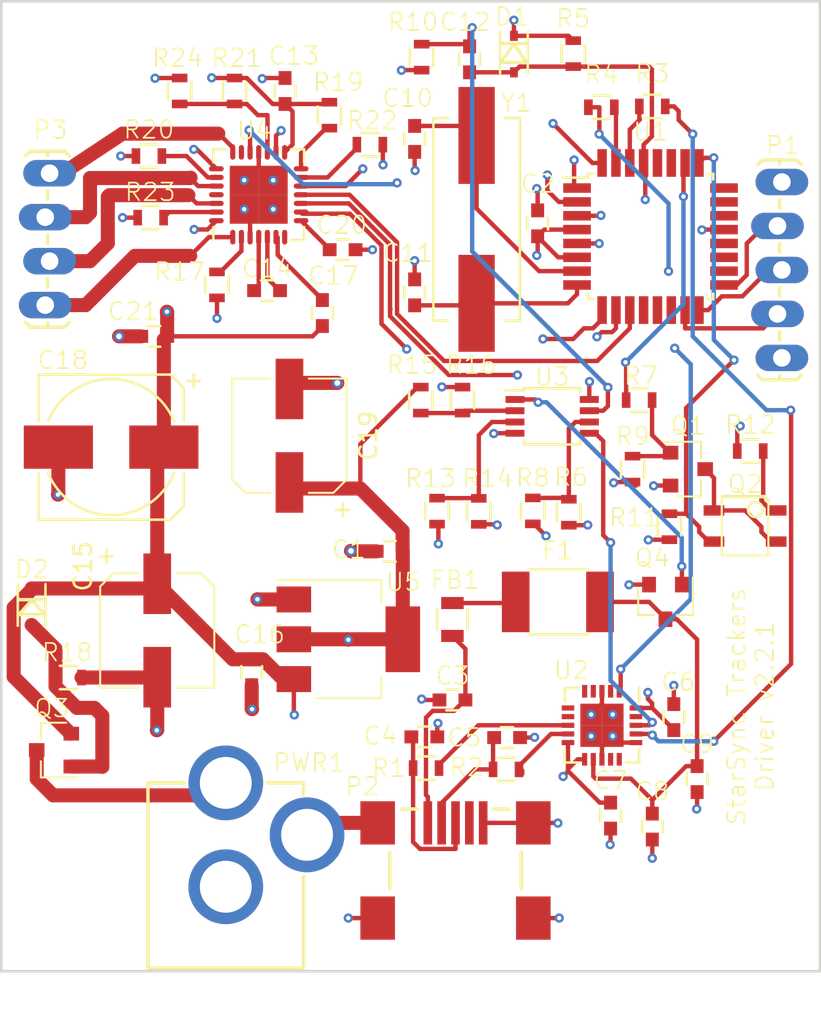
<source format=kicad_pcb>
(kicad_pcb (version 20171130) (host pcbnew 5.1.9-73d0e3b20d~88~ubuntu20.04.1)
  (title_block (title "Tracker Controller and Driver") (date 2021-03-09) (rev 2.2.1) (company "StarSync Trackers LLC"))
  (layers (0 Front mixed) (1 Ground power) (2 Power mixed) (31 Back signal) (34 B.Paste user) (35 F.Paste user) (36 B.SilkS user) (37 F.SilkS user) (38 B.Mask user) (39 F.Mask user) (44 Edge.Cuts user))
  (net 0 "")
  (net 1 +5V)
  (net 2 GND)
  (net 3 "Net-(C3-Pad1)")
  (net 4 "Net-(C4-Pad1)")
  (net 5 "Net-(C5-Pad1)")
  (net 6 +3V3)
  (net 7 VCCUSB)
  (net 8 "Net-(C10-Pad2)")
  (net 9 "Net-(C11-Pad2)")
  (net 10 DTR)
  (net 11 RESET)
  (net 12 "Net-(C14-Pad1)")
  (net 13 "Net-(C14-Pad2)")
  (net 14 PWRJ)
  (net 15 "Net-(C17-Pad2)")
  (net 16 "Net-(C20-Pad2)")
  (net 17 "Net-(D2-Pad2)")
  (net 18 "Net-(F1-Pad2)")
  (net 19 SCK)
  (net 20 MISO)
  (net 21 MOSI)
  (net 22 "Net-(PWR1-Pad1)")
  (net 23 "Net-(Q1-Pad1)")
  (net 24 "Net-(Q1-Pad3)")
  (net 25 "Net-(Q2-Pad1)")
  (net 26 P_OUT)
  (net 27 "Net-(Q4-Pad1)")
  (net 28 "Net-(R1-Pad1)")
  (net 29 "Net-(R2-Pad1)")
  (net 30 "Net-(R3-Pad1)")
  (net 31 RXD)
  (net 32 TXD)
  (net 33 "Net-(R4-Pad2)")
  (net 34 "Net-(R6-Pad1)")
  (net 35 P_EN)
  (net 36 "Net-(R13-Pad2)")
  (net 37 "Net-(R15-Pad2)")
  (net 38 "Net-(R17-Pad1)")
  (net 39 "Net-(R19-Pad1)")
  (net 40 "Net-(R20-Pad2)")
  (net 41 "Net-(R21-Pad1)")
  (net 42 "Net-(R22-Pad2)")
  (net 43 "Net-(R23-Pad2)")
  (net 44 DIR)
  (net 45 MS1)
  (net 46 MS2)
  (net 47 MS3)
  (net 48 "Net-(U1-Pad12)")
  (net 49 "Net-(U1-Pad13)")
  (net 50 "Net-(U1-Pad14)")
  (net 51 "Net-(U1-Pad18)")
  (net 52 "Net-(U1-Pad19)")
  (net 53 "Net-(U1-Pad20)")
  (net 54 "Net-(U1-Pad22)")
  (net 55 "Net-(U1-Pad23)")
  (net 56 "Net-(U1-Pad24)")
  (net 57 "Net-(U1-Pad27)")
  (net 58 "Net-(U1-Pad28)")
  (net 59 STEP)
  (net 60 "Net-(U2-Pad2)")
  (net 61 "Net-(U2-Pad4)")
  (net 62 "Net-(U2-Pad5)")
  (net 63 "Net-(U2-Pad6)")
  (net 64 "Net-(U2-Pad7)")
  (net 65 "Net-(U2-Pad14)")
  (net 66 "Net-(U2-Pad15)")
  (net 67 "Net-(U2-Pad18)")
  (net 68 "Net-(U2-Pad19)")
  (net 69 "Net-(U4-Pad7)")
  (net 70 "Net-(U4-Pad20)")
  (net 71 "Net-(U4-Pad25)")
  (net 72 "Net-(P2-Pad4)")
  (net 73 RESET_STEP)
  (net 74 /o1b)
  (net 75 /o1a)
  (net 76 /o2a)
  (net 77 /o2b)
  (module Housings_QFP:TQFP-32_7x7mm_Pitch0.8mm (layer Front) (at 139.7762 99.4156)
    (fp_text reference U1 (at 0 -6.05) (layer F.SilkS) (effects (font (size 1.016 1.016) (thickness 0.1016))))
    (fp_text value ATMEGA328P-A hide)
    (pad 1 smd rect (at -4.25 -2.8) (size 1.6 0.55) (layers Front F.Paste F.Mask) (net 44 DIR))
    (pad 2 smd rect (at -4.25 -2) (size 1.6 0.55) (layers Front F.Paste F.Mask) (net 73 RESET_STEP))
    (pad 3 smd rect (at -4.25 -1.2) (size 1.6 0.55) (layers Front F.Paste F.Mask) (net 2 GND))
    (pad 4 smd rect (at -4.25 -0.4) (size 1.6 0.55) (layers Front F.Paste F.Mask) (net 1 +5V))
    (pad 5 smd rect (at -4.25 0.4) (size 1.6 0.55) (layers Front F.Paste F.Mask) (net 2 GND))
    (pad 6 smd rect (at -4.25 1.2) (size 1.6 0.55) (layers Front F.Paste F.Mask) (net 1 +5V))
    (pad 7 smd rect (at -4.25 2) (size 1.6 0.55) (layers Front F.Paste F.Mask) (net 8 "Net-(C10-Pad2)"))
    (pad 8 smd rect (at -4.25 2.8) (size 1.6 0.55) (layers Front F.Paste F.Mask) (net 9 "Net-(C11-Pad2)"))
    (pad 9 smd rect (at -2.8 4.25 90) (size 1.6 0.55) (layers Front F.Paste F.Mask) (net 45 MS1))
    (pad 10 smd rect (at -2 4.25 90) (size 1.6 0.55) (layers Front F.Paste F.Mask) (net 46 MS2))
    (pad 11 smd rect (at -1.2 4.25 90) (size 1.6 0.55) (layers Front F.Paste F.Mask) (net 47 MS3))
    (pad 12 smd rect (at -0.4 4.25 90) (size 1.6 0.55) (layers Front F.Paste F.Mask) (net 48 "Net-(U1-Pad12)"))
    (pad 13 smd rect (at 0.4 4.25 90) (size 1.6 0.55) (layers Front F.Paste F.Mask) (net 49 "Net-(U1-Pad13)"))
    (pad 14 smd rect (at 1.2 4.25 90) (size 1.6 0.55) (layers Front F.Paste F.Mask) (net 50 "Net-(U1-Pad14)"))
    (pad 15 smd rect (at 2 4.25 90) (size 1.6 0.55) (layers Front F.Paste F.Mask) (net 21 MOSI))
    (pad 16 smd rect (at 2.8 4.25 90) (size 1.6 0.55) (layers Front F.Paste F.Mask) (net 20 MISO))
    (pad 17 smd rect (at 4.25 2.8) (size 1.6 0.55) (layers Front F.Paste F.Mask) (net 19 SCK))
    (pad 18 smd rect (at 4.25 2) (size 1.6 0.55) (layers Front F.Paste F.Mask) (net 51 "Net-(U1-Pad18)"))
    (pad 19 smd rect (at 4.25 1.2) (size 1.6 0.55) (layers Front F.Paste F.Mask) (net 52 "Net-(U1-Pad19)"))
    (pad 20 smd rect (at 4.25 0.4) (size 1.6 0.55) (layers Front F.Paste F.Mask) (net 53 "Net-(U1-Pad20)"))
    (pad 21 smd rect (at 4.25 -0.4) (size 1.6 0.55) (layers Front F.Paste F.Mask) (net 2 GND))
    (pad 22 smd rect (at 4.25 -1.2) (size 1.6 0.55) (layers Front F.Paste F.Mask) (net 54 "Net-(U1-Pad22)"))
    (pad 23 smd rect (at 4.25 -2) (size 1.6 0.55) (layers Front F.Paste F.Mask) (net 55 "Net-(U1-Pad23)"))
    (pad 24 smd rect (at 4.25 -2.8) (size 1.6 0.55) (layers Front F.Paste F.Mask) (net 56 "Net-(U1-Pad24)"))
    (pad 25 smd rect (at 2.8 -4.25 90) (size 1.6 0.55) (layers Front F.Paste F.Mask) (net 26 P_OUT))
    (pad 26 smd rect (at 2 -4.25 90) (size 1.6 0.55) (layers Front F.Paste F.Mask) (net 35 P_EN))
    (pad 27 smd rect (at 1.2 -4.25 90) (size 1.6 0.55) (layers Front F.Paste F.Mask) (net 57 "Net-(U1-Pad27)"))
    (pad 28 smd rect (at 0.4 -4.25 90) (size 1.6 0.55) (layers Front F.Paste F.Mask) (net 58 "Net-(U1-Pad28)"))
    (pad 29 smd rect (at -0.4 -4.25 90) (size 1.6 0.55) (layers Front F.Paste F.Mask) (net 11 RESET))
    (pad 30 smd rect (at -1.2 -4.25 90) (size 1.6 0.55) (layers Front F.Paste F.Mask) (net 30 "Net-(R3-Pad1)"))
    (pad 31 smd rect (at -2 -4.25 90) (size 1.6 0.55) (layers Front F.Paste F.Mask) (net 33 "Net-(R4-Pad2)"))
    (pad 32 smd rect (at -2.8 -4.25 90) (size 1.6 0.55) (layers Front F.Paste F.Mask) (net 59 STEP))
  )
  (module Connect:1pin (layer Front) (at 145.5674 137.922)
    (fp_text reference REF** hide)
    (fp_text value 1pin hide)
    (pad "" np_thru_hole circle (at 0 0) (size 5.1054 5.1054) (drill 5.1054) (layers *.Cu *.Mask) (clearance 0.508))
  )
  (module Connect:1pin (layer Front) (at 106.172 89.789)
    (fp_text reference REF** hide)
    (fp_text value 1pin hide)
    (pad "" np_thru_hole circle (at 0 0) (size 5.1054 5.1054) (drill 5.1054) (layers *.Cu *.Mask) (clearance 0.508))
  )
  (module Connect:1pin (layer Front) (at 106.1466 137.8966)
    (fp_text reference REF** hide)
    (fp_text value 1pin hide)
    (pad "" np_thru_hole circle (at 0 0) (size 5.1054 5.1054) (drill 5.1054) (layers *.Cu *.Mask) (clearance 0.508))
  )
  (module Capacitors_SMD:C_0603 (layer Front) (at 124.6886 117.602 180)
    (fp_text reference C1 (at 2.3622 0.1016) (layer F.SilkS) (effects (font (size 1.016 1.016) (thickness 0.1016))))
    (fp_text value 0.1u hide)
    (pad 1 smd rect (at -0.75 0 180) (size 0.8 0.75) (layers Front F.Paste F.Mask) (net 1 +5V))
    (pad 2 smd rect (at 0.75 0 180) (size 0.8 0.75) (layers Front F.Paste F.Mask) (net 2 GND))
  )
  (module Capacitors_SMD:C_0603 (layer Front) (at 133.2484 98.6536 270)
    (fp_text reference C2 (at -2.286 0) (layer F.SilkS) (effects (font (size 1.016 1.016) (thickness 0.1016))))
    (fp_text value 0.1u hide)
    (pad 1 smd rect (at -0.75 0 270) (size 0.8 0.75) (layers Front F.Paste F.Mask) (net 2 GND))
    (pad 2 smd rect (at 0.75 0 270) (size 0.8 0.75) (layers Front F.Paste F.Mask) (net 1 +5V))
  )
  (module Capacitors_SMD:C_0603 (layer Front) (at 128.3208 126.1872 180)
    (fp_text reference C3 (at 0 1.397 180) (layer F.SilkS) (effects (font (size 1.016 1.016) (thickness 0.1016))))
    (fp_text value 10p hide)
    (pad 1 smd rect (at -0.75 0 180) (size 0.8 0.75) (layers Front F.Paste F.Mask) (net 3 "Net-(C3-Pad1)"))
    (pad 2 smd rect (at 0.75 0 180) (size 0.8 0.75) (layers Front F.Paste F.Mask) (net 2 GND))
  )
  (module Capacitors_SMD:C_0603 (layer Front) (at 126.6952 128.3208)
    (fp_text reference C4 (at -2.54 -0.0635 180) (layer F.SilkS) (effects (font (size 1.016 1.016) (thickness 0.1016))))
    (fp_text value 47p hide)
    (pad 1 smd rect (at -0.75 0) (size 0.8 0.75) (layers Front F.Paste F.Mask) (net 4 "Net-(C4-Pad1)"))
    (pad 2 smd rect (at 0.75 0) (size 0.8 0.75) (layers Front F.Paste F.Mask) (net 2 GND))
  )
  (module Capacitors_SMD:C_0603 (layer Front) (at 131.4831 128.3589)
    (fp_text reference C5 (at -2.4765 0 180) (layer F.SilkS) (effects (font (size 1.016 1.016) (thickness 0.1016))))
    (fp_text value 47p hide)
    (pad 1 smd rect (at -0.75 0) (size 0.8 0.75) (layers Front F.Paste F.Mask) (net 5 "Net-(C5-Pad1)"))
    (pad 2 smd rect (at 0.75 0) (size 0.8 0.75) (layers Front F.Paste F.Mask) (net 2 GND))
  )
  (module Capacitors_SMD:C_0603 (layer Front) (at 141.1224 127.1778 270)
    (fp_text reference C6 (at -2.032 -0.254) (layer F.SilkS) (effects (font (size 1.016 1.016) (thickness 0.1016))))
    (fp_text value 0.1u hide)
    (pad 1 smd rect (at -0.75 0 270) (size 0.8 0.75) (layers Front F.Paste F.Mask) (net 2 GND))
    (pad 2 smd rect (at 0.75 0 270) (size 0.8 0.75) (layers Front F.Paste F.Mask) (net 6 +3V3))
  )
  (module Capacitors_SMD:C_0603 (layer Front) (at 137.4648 132.8674 270)
    (fp_text reference C7 (at -2.032 0) (layer F.SilkS) (effects (font (size 1.016 1.016) (thickness 0.1016))))
    (fp_text value 0.1u hide)
    (pad 1 smd rect (at -0.75 0 270) (size 0.8 0.75) (layers Front F.Paste F.Mask) (net 6 +3V3))
    (pad 2 smd rect (at 0.75 0 270) (size 0.8 0.75) (layers Front F.Paste F.Mask) (net 2 GND))
  )
  (module Capacitors_SMD:C_0603 (layer Front) (at 139.8778 133.5024 90)
    (fp_text reference C8 (at 2.032 0 180) (layer F.SilkS) (effects (font (size 1.016 1.016) (thickness 0.1016))))
    (fp_text value 10u hide)
    (pad 1 smd rect (at -0.75 0 90) (size 0.8 0.75) (layers Front F.Paste F.Mask) (net 2 GND))
    (pad 2 smd rect (at 0.75 0 90) (size 0.8 0.75) (layers Front F.Paste F.Mask) (net 7 VCCUSB))
  )
  (module Capacitors_SMD:C_0603 (layer Front) (at 142.4686 130.7592 270)
    (fp_text reference C9 (at -2.032 0) (layer F.SilkS) (effects (font (size 1.016 1.016) (thickness 0.1016))))
    (fp_text value 0.1u hide)
    (pad 1 smd rect (at -0.75 0 270) (size 0.8 0.75) (layers Front F.Paste F.Mask) (net 7 VCCUSB))
    (pad 2 smd rect (at 0.75 0 270) (size 0.8 0.75) (layers Front F.Paste F.Mask) (net 2 GND))
  )
  (module Capacitors_SMD:C_0603 (layer Front) (at 126.1364 93.7768 90)
    (fp_text reference C10 (at 2.3622 -0.4064 180) (layer F.SilkS) (effects (font (size 1.016 1.016) (thickness 0.1016))))
    (fp_text value 22p hide)
    (pad 1 smd rect (at -0.75 0 90) (size 0.8 0.75) (layers Front F.Paste F.Mask) (net 2 GND))
    (pad 2 smd rect (at 0.75 0 90) (size 0.8 0.75) (layers Front F.Paste F.Mask) (net 8 "Net-(C10-Pad2)"))
  )
  (module Capacitors_SMD:C_0603 (layer Front) (at 126.1364 102.6414 270)
    (fp_text reference C11 (at -2.2726 0.381) (layer F.SilkS) (effects (font (size 1.016 1.016) (thickness 0.1016))))
    (fp_text value 22p hide)
    (pad 1 smd rect (at -0.75 0 270) (size 0.8 0.75) (layers Front F.Paste F.Mask) (net 2 GND))
    (pad 2 smd rect (at 0.75 0 270) (size 0.8 0.75) (layers Front F.Paste F.Mask) (net 9 "Net-(C11-Pad2)"))
  )
  (module Capacitors_SMD:C_0603 (layer Front) (at 129.3114 89.1794 270)
    (fp_text reference C12 (at -2.159 0.254) (layer F.SilkS) (effects (font (size 1.016 1.016) (thickness 0.1016))))
    (fp_text value 0.1u hide)
    (pad 1 smd rect (at -0.75 0 270) (size 0.8 0.75) (layers Front F.Paste F.Mask) (net 10 DTR))
    (pad 2 smd rect (at 0.75 0 270) (size 0.8 0.75) (layers Front F.Paste F.Mask) (net 11 RESET))
  )
  (module Capacitors_SMD:C_0603 (layer Front) (at 118.6434 91.0082 90)
    (fp_text reference C13 (at 2.032 0.508 180) (layer F.SilkS) (effects (font (size 1.016 1.016) (thickness 0.1016))))
    (fp_text value 0.1u hide)
    (pad 1 smd rect (at -0.75 0 90) (size 0.8 0.75) (layers Front F.Paste F.Mask) (net 1 +5V))
    (pad 2 smd rect (at 0.75 0 90) (size 0.8 0.75) (layers Front F.Paste F.Mask) (net 2 GND))
  )
  (module Capacitors_SMD:C_0603 (layer Front) (at 117.602 102.5398)
    (fp_text reference C14 (at 0 -1.27) (layer F.SilkS) (effects (font (size 1.016 1.016) (thickness 0.1016))))
    (fp_text value 0.1u hide)
    (pad 1 smd rect (at -0.75 0) (size 0.8 0.75) (layers Front F.Paste F.Mask) (net 12 "Net-(C14-Pad1)"))
    (pad 2 smd rect (at 0.75 0) (size 0.8 0.75) (layers Front F.Paste F.Mask) (net 13 "Net-(C14-Pad2)"))
  )
  (module Capacitors_SMD:C_0603 (layer Front) (at 116.713 124.587 270)
    (fp_text reference C16 (at -2.1844 -0.4572 180) (layer F.SilkS) (effects (font (size 1.016 1.016) (thickness 0.1016))))
    (fp_text value 0.1u hide)
    (pad 1 smd rect (at -0.75 0 270) (size 0.8 0.75) (layers Front F.Paste F.Mask) (net 14 PWRJ))
    (pad 2 smd rect (at 0.75 0 270) (size 0.8 0.75) (layers Front F.Paste F.Mask) (net 2 GND))
  )
  (module Capacitors_SMD:C_0603 (layer Front) (at 120.8024 103.8352 90)
    (fp_text reference C17 (at 2.159 0.635 180) (layer F.SilkS) (effects (font (size 1.016 1.016) (thickness 0.1016))))
    (fp_text value 0.1u hide)
    (pad 1 smd rect (at -0.75 0 90) (size 0.8 0.75) (layers Front F.Paste F.Mask) (net 14 PWRJ))
    (pad 2 smd rect (at 0.75 0 90) (size 0.8 0.75) (layers Front F.Paste F.Mask) (net 15 "Net-(C17-Pad2)"))
  )
  (module Capacitors_SMD:c_elec_8x10 (layer Front) (at 108.585 111.5822 180)
    (fp_text reference C18 (at 2.794 5.0292 180) (layer F.SilkS) (effects (font (size 1.016 1.016) (thickness 0.1016))))
    (fp_text value 100u hide)
    (fp_text user + (at -4.7752 3.8989 180) (layer F.SilkS))
    (pad 1 smd rect (at -3.05 0) (size 4 2.5) (layers Front F.Paste F.Mask) (net 14 PWRJ))
    (pad 2 smd rect (at 3.05 0) (size 4 2.5) (layers Front F.Paste F.Mask) (net 2 GND))
  )
  (module Capacitors_SMD:C_0603 (layer Front) (at 121.9708 100.1776 180)
    (fp_text reference C20 (at 0.0508 1.4224 180) (layer F.SilkS) (effects (font (size 1.016 1.016) (thickness 0.1016))))
    (fp_text value 0.22u hide)
    (pad 1 smd rect (at -0.75 0 180) (size 0.8 0.75) (layers Front F.Paste F.Mask) (net 2 GND))
    (pad 2 smd rect (at 0.75 0 180) (size 0.8 0.75) (layers Front F.Paste F.Mask) (net 16 "Net-(C20-Pad2)"))
  )
  (module Diodes_SMD:SOD-323 (layer Front) (at 131.8768 88.8746 270)
    (fp_text reference D1 (at -2.159 0.127) (layer F.SilkS) (effects (font (size 1.016 1.016) (thickness 0.1016))))
    (fp_text value 1N4148 hide)
    (pad 1 smd rect (at -1.055 0 270) (size 0.59 0.45) (layers Front F.Paste F.Mask) (net 1 +5V))
    (pad 2 smd rect (at 1.055 0 270) (size 0.59 0.45) (layers Front F.Paste F.Mask) (net 11 RESET))
  )
  (module Diodes_SMD:SOD-323 (layer Front) (at 103.9876 120.8024 270)
    (fp_text reference D2 (at -2.159 0) (layer F.SilkS) (effects (font (size 1.016 1.016) (thickness 0.1016))))
    (fp_text value DZ2J051M0L hide)
    (pad 1 smd rect (at -1.055 0 270) (size 0.59 0.45) (layers Front F.Paste F.Mask) (net 14 PWRJ))
    (pad 2 smd rect (at 1.055 0 270) (size 0.59 0.45) (layers Front F.Paste F.Mask) (net 17 "Net-(D2-Pad2)"))
  )
  (module Resistors_SMD:R_1812 (layer Front) (at 134.4168 120.523 180)
    (fp_text reference F1 (at 0.0254 2.9718 180) (layer F.SilkS) (effects (font (size 1.016 1.016) (thickness 0.1016))))
    (fp_text value 500mA hide)
    (pad 1 smd rect (at -2.4384 0 180) (size 1.6 3.5) (layers Front F.Paste F.Mask) (net 7 VCCUSB))
    (pad 2 smd rect (at 2.4384 0 180) (size 1.6 3.5) (layers Front F.Paste F.Mask) (net 18 "Net-(F1-Pad2)"))
  )
  (module Resistors_SMD:R_0805 (layer Front) (at 128.3208 121.539 270)
    (fp_text reference FB1 (at -2.286 -0.1524) (layer F.SilkS) (effects (font (size 1.016 1.016) (thickness 0.1016))))
    (fp_text value ferrite_bead hide)
    (pad 1 smd rect (at -0.95 0 270) (size 0.7 1.3) (layers Front F.Paste F.Mask) (net 18 "Net-(F1-Pad2)"))
    (pad 2 smd rect (at 0.95 0 270) (size 0.7 1.3) (layers Front F.Paste F.Mask) (net 3 "Net-(C3-Pad1)"))
  )
  (module SparkFun-Connectors:1X04_LOCK_LONGPADS (layer Front) (at 105.029 95.758 270)
    (fp_text reference P3 (at -1.905 1.016) (layer F.SilkS) (effects (font (size 1.016 1.016) (thickness 0.1016)) (justify left bottom)))
    (fp_text value CONN_01X04 hide)
    (pad 1 thru_hole oval (at 0 0) (size 3.048 1.524) (drill 1.016) (layers *.Cu *.Mask) (net 74 /o1b))
    (pad 2 thru_hole oval (at 2.54 0.254) (size 3.048 1.524) (drill 1.016) (layers *.Cu *.Mask) (net 75 /o1a))
    (pad 3 thru_hole oval (at 5.08 0) (size 3.048 1.524) (drill 1.016) (layers *.Cu *.Mask) (net 76 /o2a))
    (pad 4 thru_hole oval (at 7.62 0.254) (size 3.048 1.524) (drill 1.016) (layers *.Cu *.Mask) (net 77 /o2b))
  )
  (module isadore_custom_footprints:POWER_JACK_PTH (layer Front) (at 115.2144 144.6784)
    (fp_text reference PWR1 (at 2.667 -14.2748) (layer F.SilkS) (effects (font (size 1.016 1.016) (thickness 0.1016)) (justify left bottom)))
    (fp_text value BARREL_JACK hide)
    (pad 1 thru_hole circle (at 0 -13.7) (size 4.318 4.318) (drill 2.9972) (layers *.Cu *.Mask) (net 22 "Net-(PWR1-Pad1)"))
    (pad 3 thru_hole circle (at 0 -7.7) (size 4.318 4.318) (drill 2.9972) (layers *.Cu *.Mask) (net 2 GND))
    (pad 2 thru_hole circle (at 4.7 -10.7 90) (size 4.318 4.318) (drill 2.9972) (layers *.Cu *.Mask) (net 2 GND))
  )
  (module TO_SOT_Packages_SMD:SOT-23 (layer Front) (at 141.9352 112.8522)
    (fp_text reference Q1 (at 0 -2.5) (layer F.SilkS) (effects (font (size 1.016 1.016) (thickness 0.1016))))
    (fp_text value Fairchild_BCV27 hide)
    (pad 1 smd rect (at -1 -0.95) (size 0.9 0.8) (layers Front F.Paste F.Mask) (net 23 "Net-(Q1-Pad1)"))
    (pad 2 smd rect (at -1 0.95) (size 0.9 0.8) (layers Front F.Paste F.Mask) (net 2 GND))
    (pad 3 smd rect (at 1 0) (size 0.9 0.8) (layers Front F.Paste F.Mask) (net 24 "Net-(Q1-Pad3)"))
  )
  (module custom_footprints:SparkFun-QRE1113 (layer Front) (at 145.24228 116.13896 180)
    (fp_text reference Q2 (at -0.00508 2.42316) (layer F.SilkS) (effects (font (size 1.016 1.016) (thickness 0.1016))))
    (fp_text value QRE1113 hide)
    (pad 1 smd rect (at -1.79832 0.89916 180) (size 1.19888 0.59944) (layers Front F.Paste F.Mask) (net 25 "Net-(Q2-Pad1)"))
    (pad 2 smd rect (at 1.79832 0.89916 180) (size 1.19888 0.59944) (layers Front F.Paste F.Mask) (net 24 "Net-(Q1-Pad3)"))
    (pad 3 smd rect (at 1.79832 -0.89916 180) (size 1.19888 0.59944) (layers Front F.Paste F.Mask) (net 26 P_OUT))
    (pad 4 smd rect (at -1.79832 -0.89916 180) (size 1.19888 0.59944) (layers Front F.Paste F.Mask) (net 24 "Net-(Q1-Pad3)"))
  )
  (module TO_SOT_Packages_SMD:SOT-23 (layer Front) (at 105.283 129.0828 180)
    (fp_text reference Q3 (at 0.127 2.413 180) (layer F.SilkS) (effects (font (size 1.016 1.016) (thickness 0.1016))))
    (fp_text value DMG3415U-7 hide)
    (pad 1 smd rect (at -1 -0.95 180) (size 0.9 0.8) (layers Front F.Paste F.Mask) (net 17 "Net-(D2-Pad2)"))
    (pad 2 smd rect (at -1 0.95 180) (size 0.9 0.8) (layers Front F.Paste F.Mask) (net 14 PWRJ))
    (pad 3 smd rect (at 1 0 180) (size 0.9 0.8) (layers Front F.Paste F.Mask) (net 22 "Net-(PWR1-Pad1)"))
  )
  (module TO_SOT_Packages_SMD:SOT-23 (layer Front) (at 140.6398 120.523 270)
    (fp_text reference Q4 (at -2.54 0.762) (layer F.SilkS) (effects (font (size 1.016 1.016) (thickness 0.1016))))
    (fp_text value DMG3415U-7 hide)
    (pad 1 smd rect (at -1 -0.95 270) (size 0.9 0.8) (layers Front F.Paste F.Mask) (net 27 "Net-(Q4-Pad1)"))
    (pad 2 smd rect (at -1 0.95 270) (size 0.9 0.8) (layers Front F.Paste F.Mask) (net 1 +5V))
    (pad 3 smd rect (at 1 0 270) (size 0.9 0.8) (layers Front F.Paste F.Mask) (net 7 VCCUSB))
  )
  (module Resistors_SMD:R_0603 (layer Front) (at 126.7968 130.1242 180)
    (fp_text reference R1 (at 2.159 0) (layer F.SilkS) (effects (font (size 1.016 1.016) (thickness 0.1016))))
    (fp_text value 27 hide)
    (pad 1 smd rect (at -0.75 0 180) (size 0.5 0.9) (layers Front F.Paste F.Mask) (net 28 "Net-(R1-Pad1)"))
    (pad 2 smd rect (at 0.75 0 180) (size 0.5 0.9) (layers Front F.Paste F.Mask) (net 4 "Net-(C4-Pad1)"))
  )
  (module Resistors_SMD:R_0603 (layer Front) (at 131.4196 130.2004 180)
    (fp_text reference R2 (at 2.286 0.127) (layer F.SilkS) (effects (font (size 1.016 1.016) (thickness 0.1016))))
    (fp_text value 27 hide)
    (pad 1 smd rect (at -0.75 0 180) (size 0.5 0.9) (layers Front F.Paste F.Mask) (net 29 "Net-(R2-Pad1)"))
    (pad 2 smd rect (at 0.75 0 180) (size 0.5 0.9) (layers Front F.Paste F.Mask) (net 5 "Net-(C5-Pad1)"))
  )
  (module Resistors_SMD:R_0603 (layer Front) (at 139.8778 91.8972)
    (fp_text reference R3 (at 0 -1.9) (layer F.SilkS) (effects (font (size 1.016 1.016) (thickness 0.1016))))
    (fp_text value 1k hide)
    (pad 1 smd rect (at -0.75 0) (size 0.5 0.9) (layers Front F.Paste F.Mask) (net 30 "Net-(R3-Pad1)"))
    (pad 2 smd rect (at 0.75 0) (size 0.5 0.9) (layers Front F.Paste F.Mask) (net 31 RXD))
  )
  (module Resistors_SMD:R_0603 (layer Front) (at 136.9314 91.948)
    (fp_text reference R4 (at 0 -1.9) (layer F.SilkS) (effects (font (size 1.016 1.016) (thickness 0.1016))))
    (fp_text value 1k hide)
    (pad 1 smd rect (at -0.75 0) (size 0.5 0.9) (layers Front F.Paste F.Mask) (net 32 TXD))
    (pad 2 smd rect (at 0.75 0) (size 0.5 0.9) (layers Front F.Paste F.Mask) (net 33 "Net-(R4-Pad2)"))
  )
  (module Resistors_SMD:R_0603 (layer Front) (at 135.3058 88.8492 270)
    (fp_text reference R5 (at -2.032 0) (layer F.SilkS) (effects (font (size 1.016 1.016) (thickness 0.1016))))
    (fp_text value 10k hide)
    (pad 1 smd rect (at -0.75 0 270) (size 0.5 0.9) (layers Front F.Paste F.Mask) (net 1 +5V))
    (pad 2 smd rect (at 0.75 0 270) (size 0.5 0.9) (layers Front F.Paste F.Mask) (net 11 RESET))
  )
  (module Resistors_SMD:R_0603 (layer Front) (at 135.0518 115.3414 270)
    (fp_text reference R6 (at -2.032 -0.127) (layer F.SilkS) (effects (font (size 1.016 1.016) (thickness 0.1016))))
    (fp_text value 20k hide)
    (pad 1 smd rect (at -0.75 0 270) (size 0.5 0.9) (layers Front F.Paste F.Mask) (net 34 "Net-(R6-Pad1)"))
    (pad 2 smd rect (at 0.75 0 270) (size 0.5 0.9) (layers Front F.Paste F.Mask) (net 1 +5V))
  )
  (module Resistors_SMD:R_0603 (layer Front) (at 139.1158 108.8644 180)
    (fp_text reference R7 (at -0.1016 1.397 180) (layer F.SilkS) (effects (font (size 1.016 1.016) (thickness 0.1016))))
    (fp_text value 10k hide)
    (pad 1 smd rect (at -0.75 0 180) (size 0.5 0.9) (layers Front F.Paste F.Mask) (net 23 "Net-(Q1-Pad1)"))
    (pad 2 smd rect (at 0.75 0 180) (size 0.5 0.9) (layers Front F.Paste F.Mask) (net 35 P_EN))
  )
  (module Resistors_SMD:R_0603 (layer Front) (at 132.969 115.2652 270)
    (fp_text reference R8 (at -1.905 0) (layer F.SilkS) (effects (font (size 1.016 1.016) (thickness 0.1016))))
    (fp_text value 10k hide)
    (pad 1 smd rect (at -0.75 0 270) (size 0.5 0.9) (layers Front F.Paste F.Mask) (net 34 "Net-(R6-Pad1)"))
    (pad 2 smd rect (at 0.75 0 270) (size 0.5 0.9) (layers Front F.Paste F.Mask) (net 2 GND))
  )
  (module Resistors_SMD:R_0603 (layer Front) (at 138.7348 112.8522 270)
    (fp_text reference R9 (at -1.905 0) (layer F.SilkS) (effects (font (size 1.016 1.016) (thickness 0.1016))))
    (fp_text value 100k hide)
    (pad 1 smd rect (at -0.75 0 270) (size 0.5 0.9) (layers Front F.Paste F.Mask) (net 23 "Net-(Q1-Pad1)"))
    (pad 2 smd rect (at 0.75 0 270) (size 0.5 0.9) (layers Front F.Paste F.Mask) (net 2 GND))
  )
  (module Resistors_SMD:R_0603 (layer Front) (at 126.5428 89.0524 90)
    (fp_text reference R10 (at 2.032 -0.508 180) (layer F.SilkS) (effects (font (size 1.016 1.016) (thickness 0.1016))))
    (fp_text value 1k hide)
    (pad 1 smd rect (at -0.75 0 90) (size 0.5 0.9) (layers Front F.Paste F.Mask) (net 2 GND))
    (pad 2 smd rect (at 0.75 0 90) (size 0.5 0.9) (layers Front F.Paste F.Mask) (net 10 DTR))
  )
  (module Resistors_SMD:R_0603 (layer Front) (at 140.8684 116.1796 90)
    (fp_text reference R11 (at 0.5334 -2.032 180) (layer F.SilkS) (effects (font (size 1.016 1.016) (thickness 0.1016))))
    (fp_text value 10k hide)
    (pad 1 smd rect (at -0.75 0 90) (size 0.5 0.9) (layers Front F.Paste F.Mask) (net 1 +5V))
    (pad 2 smd rect (at 0.75 0 90) (size 0.5 0.9) (layers Front F.Paste F.Mask) (net 26 P_OUT))
  )
  (module Resistors_SMD:R_0603 (layer Front) (at 145.542 111.8108)
    (fp_text reference R12 (at 0 -1.524 180) (layer F.SilkS) (effects (font (size 1.016 1.016) (thickness 0.1016))))
    (fp_text value 100 hide)
    (pad 1 smd rect (at -0.75 0) (size 0.5 0.9) (layers Front F.Paste F.Mask) (net 1 +5V))
    (pad 2 smd rect (at 0.75 0) (size 0.5 0.9) (layers Front F.Paste F.Mask) (net 25 "Net-(Q2-Pad1)"))
  )
  (module Resistors_SMD:R_0603 (layer Front) (at 127.4318 115.2786 90)
    (fp_text reference R13 (at 1.893 -0.381 180) (layer F.SilkS) (effects (font (size 1.016 1.016) (thickness 0.1016))))
    (fp_text value 10k hide)
    (pad 1 smd rect (at -0.75 0 90) (size 0.5 0.9) (layers Front F.Paste F.Mask) (net 14 PWRJ))
    (pad 2 smd rect (at 0.75 0 90) (size 0.5 0.9) (layers Front F.Paste F.Mask) (net 36 "Net-(R13-Pad2)"))
  )
  (module Resistors_SMD:R_0603 (layer Front) (at 129.8448 115.2906 270)
    (fp_text reference R14 (at -1.905 -0.508) (layer F.SilkS) (effects (font (size 1.016 1.016) (thickness 0.1016))))
    (fp_text value 10k hide)
    (pad 1 smd rect (at -0.75 0 270) (size 0.5 0.9) (layers Front F.Paste F.Mask) (net 36 "Net-(R13-Pad2)"))
    (pad 2 smd rect (at 0.75 0 270) (size 0.5 0.9) (layers Front F.Paste F.Mask) (net 2 GND))
  )
  (module Resistors_SMD:R_0603 (layer Front) (at 126.492 108.8644 270)
    (fp_text reference R15 (at -2.032 0.508) (layer F.SilkS) (effects (font (size 1.016 1.016) (thickness 0.1016))))
    (fp_text value 5.1k hide)
    (pad 1 smd rect (at -0.75 0 270) (size 0.5 0.9) (layers Front F.Paste F.Mask) (net 1 +5V))
    (pad 2 smd rect (at 0.75 0 270) (size 0.5 0.9) (layers Front F.Paste F.Mask) (net 37 "Net-(R15-Pad2)"))
  )
  (module Resistors_SMD:R_0603 (layer Front) (at 128.905 108.8644 270)
    (fp_text reference R16 (at -2.032 -0.508) (layer F.SilkS) (effects (font (size 1.016 1.016) (thickness 0.1016))))
    (fp_text value 10k hide)
    (pad 1 smd rect (at -0.75 0 270) (size 0.5 0.9) (layers Front F.Paste F.Mask) (net 2 GND))
    (pad 2 smd rect (at 0.75 0 270) (size 0.5 0.9) (layers Front F.Paste F.Mask) (net 37 "Net-(R15-Pad2)"))
  )
  (module Resistors_SMD:R_0603 (layer Front) (at 114.7064 102.2096 270)
    (fp_text reference R17 (at -0.762 2.159) (layer F.SilkS) (effects (font (size 1.016 1.016) (thickness 0.1016))))
    (fp_text value 20k hide)
    (pad 1 smd rect (at -0.75 0 270) (size 0.5 0.9) (layers Front F.Paste F.Mask) (net 38 "Net-(R17-Pad1)"))
    (pad 2 smd rect (at 0.75 0 270) (size 0.5 0.9) (layers Front F.Paste F.Mask) (net 2 GND))
  )
  (module Resistors_SMD:R_0603 (layer Front) (at 106.1212 124.8918)
    (fp_text reference R18 (at -0.0762 -1.4478 180) (layer F.SilkS) (effects (font (size 1.016 1.016) (thickness 0.1016))))
    (fp_text value 100k hide)
    (pad 1 smd rect (at -0.75 0) (size 0.5 0.9) (layers Front F.Paste F.Mask) (net 17 "Net-(D2-Pad2)"))
    (pad 2 smd rect (at 0.75 0) (size 0.5 0.9) (layers Front F.Paste F.Mask) (net 2 GND))
  )
  (module Resistors_SMD:R_0603 (layer Front) (at 121.2088 92.4052 90)
    (fp_text reference R19 (at 1.905 0.508 180) (layer F.SilkS) (effects (font (size 1.016 1.016) (thickness 0.1016))))
    (fp_text value 20k hide)
    (pad 1 smd rect (at -0.75 0 90) (size 0.5 0.9) (layers Front F.Paste F.Mask) (net 39 "Net-(R19-Pad1)"))
    (pad 2 smd rect (at 0.75 0 90) (size 0.5 0.9) (layers Front F.Paste F.Mask) (net 1 +5V))
  )
  (module Resistors_SMD:R_0603 (layer Front) (at 110.7694 94.7674)
    (fp_text reference R20 (at 0 -1.524) (layer F.SilkS) (effects (font (size 1.016 1.016) (thickness 0.1016))))
    (fp_text value 0.11 hide)
    (pad 1 smd rect (at -0.75 0) (size 0.5 0.9) (layers Front F.Paste F.Mask) (net 2 GND))
    (pad 2 smd rect (at 0.75 0) (size 0.5 0.9) (layers Front F.Paste F.Mask) (net 40 "Net-(R20-Pad2)"))
  )
  (module Resistors_SMD:R_0603 (layer Front) (at 115.7224 91.0082 90)
    (fp_text reference R21 (at 1.905 0.127 180) (layer F.SilkS) (effects (font (size 1.016 1.016) (thickness 0.1016))))
    (fp_text value 169k hide)
    (pad 1 smd rect (at -0.75 0 90) (size 0.5 0.9) (layers Front F.Paste F.Mask) (net 41 "Net-(R21-Pad1)"))
    (pad 2 smd rect (at 0.75 0 90) (size 0.5 0.9) (layers Front F.Paste F.Mask) (net 1 +5V))
  )
  (module Resistors_SMD:R_0603 (layer Front) (at 123.5456 94.107 180)
    (fp_text reference R22 (at -0.127 1.397 180) (layer F.SilkS) (effects (font (size 1.016 1.016) (thickness 0.1016))))
    (fp_text value 20k hide)
    (pad 1 smd rect (at -0.75 0 180) (size 0.5 0.9) (layers Front F.Paste F.Mask) (net 2 GND))
    (pad 2 smd rect (at 0.75 0 180) (size 0.5 0.9) (layers Front F.Paste F.Mask) (net 42 "Net-(R22-Pad2)"))
  )
  (module Resistors_SMD:R_0603 (layer Front) (at 110.871 98.3234)
    (fp_text reference R23 (at -0.0254 -1.4732) (layer F.SilkS) (effects (font (size 1.016 1.016) (thickness 0.1016))))
    (fp_text value 0.11 hide)
    (pad 1 smd rect (at -0.75 0) (size 0.5 0.9) (layers Front F.Paste F.Mask) (net 2 GND))
    (pad 2 smd rect (at 0.75 0) (size 0.5 0.9) (layers Front F.Paste F.Mask) (net 43 "Net-(R23-Pad2)"))
  )
  (module Resistors_SMD:R_0603 (layer Front) (at 112.5474 91.0082 270)
    (fp_text reference R24 (at -1.905 0.127) (layer F.SilkS) (effects (font (size 1.016 1.016) (thickness 0.1016))))
    (fp_text value 10k hide)
    (pad 1 smd rect (at -0.75 0 270) (size 0.5 0.9) (layers Front F.Paste F.Mask) (net 2 GND))
    (pad 2 smd rect (at 0.75 0 270) (size 0.5 0.9) (layers Front F.Paste F.Mask) (net 41 "Net-(R21-Pad1)"))
  )
  (module Housings_DFN_QFN:QFN-20-1EP_4x4mm_Pitch0.5mm (layer Front) (at 136.9668 127.6504 270)
    (fp_text reference U2 (at -3.175 1.778) (layer F.SilkS) (effects (font (size 1.016 1.016) (thickness 0.1016))))
    (fp_text value FT231X hide)
    (pad 1 smd rect (at -1.965 -1 270) (size 0.73 0.3) (layers Front F.Paste F.Mask) (net 32 TXD))
    (pad 2 smd rect (at -1.965 -0.5 270) (size 0.73 0.3) (layers Front F.Paste F.Mask) (net 60 "Net-(U2-Pad2)"))
    (pad 3 smd rect (at -1.965 0 270) (size 0.73 0.3) (layers Front F.Paste F.Mask) (net 2 GND))
    (pad 4 smd rect (at -1.965 0.5 270) (size 0.73 0.3) (layers Front F.Paste F.Mask) (net 61 "Net-(U2-Pad4)"))
    (pad 5 smd rect (at -1.965 1 270) (size 0.73 0.3) (layers Front F.Paste F.Mask) (net 62 "Net-(U2-Pad5)"))
    (pad 6 smd rect (at -1 1.965) (size 0.73 0.3) (layers Front F.Paste F.Mask) (net 63 "Net-(U2-Pad6)"))
    (pad 7 smd rect (at -0.5 1.965) (size 0.73 0.3) (layers Front F.Paste F.Mask) (net 64 "Net-(U2-Pad7)"))
    (pad 8 smd rect (at 0 1.965) (size 0.73 0.3) (layers Front F.Paste F.Mask) (net 28 "Net-(R1-Pad1)"))
    (pad 9 smd rect (at 0.5 1.965) (size 0.73 0.3) (layers Front F.Paste F.Mask) (net 29 "Net-(R2-Pad1)"))
    (pad 10 smd rect (at 1 1.965) (size 0.73 0.3) (layers Front F.Paste F.Mask) (net 6 +3V3))
    (pad 11 smd rect (at 1.965 1 270) (size 0.73 0.3) (layers Front F.Paste F.Mask) (net 6 +3V3))
    (pad 12 smd rect (at 1.965 0.5 270) (size 0.73 0.3) (layers Front F.Paste F.Mask) (net 7 VCCUSB))
    (pad 13 smd rect (at 1.965 0 270) (size 0.73 0.3) (layers Front F.Paste F.Mask) (net 2 GND))
    (pad 14 smd rect (at 1.965 -0.5 270) (size 0.73 0.3) (layers Front F.Paste F.Mask) (net 65 "Net-(U2-Pad14)"))
    (pad 15 smd rect (at 1.965 -1 270) (size 0.73 0.3) (layers Front F.Paste F.Mask) (net 66 "Net-(U2-Pad15)"))
    (pad 16 smd rect (at 1 -1.965) (size 0.73 0.3) (layers Front F.Paste F.Mask) (net 2 GND))
    (pad 17 smd rect (at 0.5 -1.965) (size 0.73 0.3) (layers Front F.Paste F.Mask) (net 31 RXD))
    (pad 18 smd rect (at 0 -1.965) (size 0.73 0.3) (layers Front F.Paste F.Mask) (net 67 "Net-(U2-Pad18)"))
    (pad 19 smd rect (at -0.5 -1.965) (size 0.73 0.3) (layers Front F.Paste F.Mask) (net 68 "Net-(U2-Pad19)"))
    (pad 20 smd rect (at -1 -1.965) (size 0.73 0.3) (layers Front F.Paste F.Mask) (net 6 +3V3))
    (pad 21 smd rect (at 0.625 0.625 270) (size 1.25 1.25) (layers Front F.Paste F.Mask) (net 2 GND))
    (pad 21 smd rect (at 0.625 -0.625 270) (size 1.25 1.25) (layers Front F.Paste F.Mask) (net 2 GND))
    (pad 21 smd rect (at -0.625 0.625 270) (size 1.25 1.25) (layers Front F.Paste F.Mask) (net 2 GND))
    (pad 21 smd rect (at -0.625 -0.625 270) (size 1.25 1.25) (layers Front F.Paste F.Mask) (net 2 GND))
  )
  (module Housings_SSOP:TSSOP-8_3x3mm_Pitch0.65mm (layer Front) (at 134.0866 109.8042)
    (fp_text reference U3 (at 0 -2.286) (layer F.SilkS) (effects (font (size 1.016 1.016) (thickness 0.1016))))
    (fp_text value LMV358 hide)
    (pad 1 smd rect (at -2.15 -0.975) (size 1.1 0.4) (layers Front F.Paste F.Mask) (net 27 "Net-(Q4-Pad1)"))
    (pad 2 smd rect (at -2.15 -0.325) (size 1.1 0.4) (layers Front F.Paste F.Mask) (net 37 "Net-(R15-Pad2)"))
    (pad 3 smd rect (at -2.15 0.325) (size 1.1 0.4) (layers Front F.Paste F.Mask) (net 36 "Net-(R13-Pad2)"))
    (pad 4 smd rect (at -2.15 0.975) (size 1.1 0.4) (layers Front F.Paste F.Mask) (net 2 GND))
    (pad 5 smd rect (at 2.15 0.975) (size 1.1 0.4) (layers Front F.Paste F.Mask) (net 67 "Net-(U2-Pad18)"))
    (pad 6 smd rect (at 2.15 0.325) (size 1.1 0.4) (layers Front F.Paste F.Mask) (net 34 "Net-(R6-Pad1)"))
    (pad 7 smd rect (at 2.15 -0.325) (size 1.1 0.4) (layers Front F.Paste F.Mask) (net 10 DTR))
    (pad 8 smd rect (at 2.15 -0.975) (size 1.1 0.4) (layers Front F.Paste F.Mask) (net 1 +5V))
  )
  (module Housings_DFN_QFN:QFN-28-1EP_5x5mm_Pitch0.5mm (layer Front) (at 117.1201 97.0019 90)
    (fp_text reference U4 (at 3.7077 -0.2547 180) (layer F.SilkS) (effects (font (size 1.016 1.016) (thickness 0.1016))))
    (fp_text value A4988 hide)
    (pad 1 smd oval (at -2.45 -1.5 90) (size 0.85 0.3) (layers Front F.Paste F.Mask) (net 77 /o2b))
    (pad 2 smd oval (at -2.45 -1 90) (size 0.85 0.3) (layers Front F.Paste F.Mask) (net 38 "Net-(R17-Pad1)"))
    (pad 3 smd oval (at -2.45 -0.5 90) (size 0.85 0.3) (layers Front F.Paste F.Mask) (net 2 GND))
    (pad 4 smd oval (at -2.45 0 90) (size 0.85 0.3) (layers Front F.Paste F.Mask) (net 12 "Net-(C14-Pad1)"))
    (pad 5 smd oval (at -2.45 0.5 90) (size 0.85 0.3) (layers Front F.Paste F.Mask) (net 13 "Net-(C14-Pad2)"))
    (pad 6 smd oval (at -2.45 1 90) (size 0.85 0.3) (layers Front F.Paste F.Mask) (net 15 "Net-(C17-Pad2)"))
    (pad 7 smd oval (at -2.45 1.5 90) (size 0.85 0.3) (layers Front F.Paste F.Mask) (net 69 "Net-(U4-Pad7)"))
    (pad 8 smd oval (at -1.5 2.45 180) (size 0.85 0.3) (layers Front F.Paste F.Mask) (net 16 "Net-(C20-Pad2)"))
    (pad 9 smd oval (at -1 2.45 180) (size 0.85 0.3) (layers Front F.Paste F.Mask) (net 45 MS1))
    (pad 10 smd oval (at -0.5 2.45 180) (size 0.85 0.3) (layers Front F.Paste F.Mask) (net 46 MS2))
    (pad 11 smd oval (at 0 2.45 180) (size 0.85 0.3) (layers Front F.Paste F.Mask) (net 47 MS3))
    (pad 12 smd oval (at 0.5 2.45 180) (size 0.85 0.3) (layers Front F.Paste F.Mask) (net 73 RESET_STEP))
    (pad 13 smd oval (at 1 2.45 180) (size 0.85 0.3) (layers Front F.Paste F.Mask) (net 42 "Net-(R22-Pad2)"))
    (pad 14 smd oval (at 1.5 2.45 180) (size 0.85 0.3) (layers Front F.Paste F.Mask) (net 39 "Net-(R19-Pad1)"))
    (pad 15 smd oval (at 2.45 1.5 90) (size 0.85 0.3) (layers Front F.Paste F.Mask) (net 1 +5V))
    (pad 16 smd oval (at 2.45 1 90) (size 0.85 0.3) (layers Front F.Paste F.Mask) (net 59 STEP))
    (pad 17 smd oval (at 2.45 0.5 90) (size 0.85 0.3) (layers Front F.Paste F.Mask) (net 41 "Net-(R21-Pad1)"))
    (pad 18 smd oval (at 2.45 0 90) (size 0.85 0.3) (layers Front F.Paste F.Mask) (net 2 GND))
    (pad 19 smd oval (at 2.45 -0.5 90) (size 0.85 0.3) (layers Front F.Paste F.Mask) (net 44 DIR))
    (pad 20 smd oval (at 2.45 -1 90) (size 0.85 0.3) (layers Front F.Paste F.Mask) (net 70 "Net-(U4-Pad20)"))
    (pad 21 smd oval (at 2.45 -1.5 90) (size 0.85 0.3) (layers Front F.Paste F.Mask) (net 74 /o1b))
    (pad 22 smd oval (at 1.5 -2.45 180) (size 0.85 0.3) (layers Front F.Paste F.Mask) (net 14 PWRJ))
    (pad 23 smd oval (at 1 -2.45 180) (size 0.85 0.3) (layers Front F.Paste F.Mask) (net 40 "Net-(R20-Pad2)"))
    (pad 24 smd oval (at 0.5 -2.45 180) (size 0.85 0.3) (layers Front F.Paste F.Mask) (net 75 /o1a))
    (pad 25 smd oval (at 0 -2.45 180) (size 0.85 0.3) (layers Front F.Paste F.Mask) (net 71 "Net-(U4-Pad25)"))
    (pad 26 smd oval (at -0.5 -2.45 180) (size 0.85 0.3) (layers Front F.Paste F.Mask) (net 76 /o2a))
    (pad 27 smd oval (at -1 -2.45 180) (size 0.85 0.3) (layers Front F.Paste F.Mask) (net 43 "Net-(R23-Pad2)"))
    (pad 28 smd oval (at -1.5 -2.45 180) (size 0.85 0.3) (layers Front F.Paste F.Mask) (net 14 PWRJ))
    (pad 29 smd rect (at 0.8375 0.8375 90) (size 1.675 1.675) (layers Front F.Paste F.Mask) (net 2 GND))
    (pad 29 smd rect (at 0.8375 -0.8375 90) (size 1.675 1.675) (layers Front F.Paste F.Mask) (net 2 GND))
    (pad 29 smd rect (at -0.8375 0.8375 90) (size 1.675 1.675) (layers Front F.Paste F.Mask) (net 2 GND))
    (pad 29 smd rect (at -0.8375 -0.8375 90) (size 1.675 1.675) (layers Front F.Paste F.Mask) (net 2 GND))
  )
  (module TO_SOT_Packages_SMD:SOT-223 (layer Front) (at 122.301 122.682)
    (fp_text reference U5 (at 3.175 -3.302) (layer F.SilkS) (effects (font (size 1.016 1.016) (thickness 0.1016))))
    (fp_text value NCP1117ST50T3G hide)
    (pad 4 smd rect (at 3.15 0) (size 2 3.8) (layers Front F.Paste F.Mask) (net 1 +5V))
    (pad 2 smd rect (at -3.15 0) (size 2 1.5) (layers Front F.Paste F.Mask) (net 1 +5V))
    (pad 3 smd rect (at -3.15 2.3) (size 2 1.5) (layers Front F.Paste F.Mask) (net 14 PWRJ))
    (pad 1 smd rect (at -3.15 -2.3) (size 2 1.5) (layers Front F.Paste F.Mask) (net 2 GND))
  )
  (module Crystals:Crystal_HC49-SD_SMD (layer Front) (at 129.7178 98.425 270)
    (fp_text reference Y1 (at -6.731 -2.286) (layer F.SilkS) (effects (font (size 1.016 1.016) (thickness 0.1016))))
    (fp_text value 16Mhz hide)
    (pad 1 smd rect (at -4.84886 0 270) (size 5.6007 2.10058) (layers Front F.Paste F.Mask) (net 8 "Net-(C10-Pad2)"))
    (pad 2 smd rect (at 4.84886 0 270) (size 5.6007 2.10058) (layers Front F.Paste F.Mask) (net 9 "Net-(C11-Pad2)"))
  )
  (module isadore_custom_footprints:USB-MINIB (layer Front) (at 128.4986 135.7884 90)
    (fp_text reference P2 (at 4.0132 -6.4516 180) (layer F.SilkS) (effects (font (size 1.016 1.016) (thickness 0.1016)) (justify left bottom)))
    (fp_text value USB_OTG hide)
    (pad 3 smd rect (at 2.5 0 90) (size 2.5 0.5) (layers Front F.Paste F.Mask) (net 4 "Net-(C4-Pad1)"))
    (pad 2 smd rect (at 2.5 -0.8 90) (size 2.5 0.5) (layers Front F.Paste F.Mask) (net 5 "Net-(C5-Pad1)"))
    (pad 5 smd rect (at 2.5 1.6 90) (size 2.5 0.5) (layers Front F.Paste F.Mask) (net 2 GND))
    (pad 4 smd rect (at 2.5 0.8 90) (size 2.5 0.5) (layers Front F.Paste F.Mask) (net 72 "Net-(P2-Pad4)"))
    (pad 6 smd rect (at -3 4.5 90) (size 2.5 2) (layers Front F.Paste F.Mask) (net 2 GND))
    (pad 6 smd rect (at -3 -4.5 90) (size 2.5 2) (layers Front F.Paste F.Mask) (net 2 GND))
    (pad 6 smd rect (at 2.5 4.5 90) (size 2.5 2) (layers Front F.Paste F.Mask) (net 2 GND))
    (pad 6 smd rect (at 2.5 -4.5 90) (size 2.5 2) (layers Front F.Paste F.Mask) (net 2 GND))
    (pad 1 smd rect (at 2.5 -1.6 90) (size 2.5 0.5) (layers Front F.Paste F.Mask) (net 3 "Net-(C3-Pad1)"))
    (pad "" np_thru_hole circle (at 0 -2.2 90) (size 0.9 0.9) (drill 0.9) (layers *.Cu))
    (pad "" np_thru_hole circle (at 0 2.2 90) (size 0.9 0.9) (drill 0.9) (layers *.Cu))
  )
  (module Connect:1pin (layer Front) (at 145.6436 89.789)
    (fp_text reference REF** hide)
    (fp_text value 1pin hide)
    (pad "" np_thru_hole circle (at 0 0) (size 5.1054 5.1054) (drill 5.1054) (layers *.Cu *.Mask) (clearance 0.508))
  )
  (module SparkFun-Connectors:1X05_LOCK_LONGPADS (layer Front) (at 147.3708 96.266 270)
    (fp_text reference P1 (at -1.524 1.016) (layer F.SilkS) (effects (font (size 1.016 1.016) (thickness 0.1016)) (justify left bottom)))
    (fp_text value CONN_01X05 hide)
    (pad 1 thru_hole oval (at 0 0) (size 3.048 1.524) (drill 1.016) (layers *.Cu *.Mask) (net 2 GND))
    (pad 2 thru_hole oval (at 2.54 0.254) (size 3.048 1.524) (drill 1.016) (layers *.Cu *.Mask) (net 19 SCK))
    (pad 3 thru_hole oval (at 5.08 0) (size 3.048 1.524) (drill 1.016) (layers *.Cu *.Mask) (net 20 MISO))
    (pad 4 thru_hole oval (at 7.62 0.254) (size 3.048 1.524) (drill 1.016) (layers *.Cu *.Mask) (net 21 MOSI))
    (pad 5 thru_hole oval (at 10.16 0) (size 3.048 1.524) (drill 1.016) (layers *.Cu *.Mask) (net 11 RESET))
  )
  (module Capacitors_SMD:C_0603 (layer Front) (at 111.0742 105.1814)
    (fp_text reference C21 (at -1.2192 -1.4478 180) (layer F.SilkS) (effects (font (size 1.016 1.016) (thickness 0.1016))))
    (fp_text value 0.1u hide)
    (pad 1 smd rect (at -0.75 0) (size 0.8 0.75) (layers Front F.Paste F.Mask) (net 2 GND))
    (pad 2 smd rect (at 0.75 0) (size 0.8 0.75) (layers Front F.Paste F.Mask) (net 14 PWRJ))
  )
  (module Capacitors_SMD:CP_Elec_6.3x5.8 (layer Front) (at 111.252 122.174 270)
    (fp_text reference C15 (at -3.7084 4.2926 270) (layer F.SilkS))
    (fp_text value 47u)
    (fp_text user + (at -4.28 3.01 270) (layer F.SilkS))
    (pad 1 smd rect (at -2.7 0 90) (size 3.5 1.6) (layers Front F.Paste F.Mask) (net 14 PWRJ))
    (pad 2 smd rect (at 2.7 0 90) (size 3.5 1.6) (layers Front F.Paste F.Mask) (net 2 GND))
  )
  (module Capacitors_SMD:CP_Elec_6.3x5.8 (layer Front) (at 118.8974 110.9218 90)
    (fp_text reference C19 (at 0 4.56 90) (layer F.SilkS))
    (fp_text value 47u)
    (fp_text user + (at -4.28 3.01 90) (layer F.SilkS))
    (pad 1 smd rect (at -2.7 0 270) (size 3.5 1.6) (layers Front F.Paste F.Mask) (net 1 +5V))
    (pad 2 smd rect (at 2.7 0 270) (size 3.5 1.6) (layers Front F.Paste F.Mask) (net 2 GND))
  )
  (gr_line (start 149.5806 85.8266) (end 102.235 85.8266) (angle 90) (layer Edge.Cuts) (width 0.15))
  (gr_line (start 102.235 141.859) (end 149.5806 141.859) (angle 90) (layer Edge.Cuts) (width 0.15))
  (gr_line (start 102.235 85.8266) (end 102.235 141.859) (angle 90) (layer Edge.Cuts) (width 0.15))
  (gr_line (start 149.5806 141.859) (end 149.5806 85.8266) (angle 90) (layer Edge.Cuts) (width 0.15))
  (gr_text "StarSync Trackers\nDriver v2.2.1" (at 145.5674 126.5682 90) (layer F.SilkS) (effects (font (size 1.016 1.016) (thickness 0.1016))))
  (gr_line (start 104.7242 121.2088) (end 104.013 120.4468) (angle 90) (layer F.SilkS) (width 0.2))
  (gr_line (start 103.251 121.2596) (end 104.7242 121.2596) (angle 90) (layer F.SilkS) (width 0.2))
  (gr_line (start 103.9622 120.4722) (end 103.251 121.2596) (angle 90) (layer F.SilkS) (width 0.2))
  (gr_line (start 132.588 89.3572) (end 131.9022 88.3158) (angle 90) (layer F.SilkS) (width 0.2))
  (gr_line (start 131.1148 89.3572) (end 132.588 89.3572) (angle 90) (layer F.SilkS) (width 0.2))
  (gr_line (start 131.8514 88.3412) (end 131.1148 89.3572) (angle 90) (layer F.SilkS) (width 0.2))
  (gr_line (start 132.6388 88.265) (end 132.6134 88.265) (angle 90) (layer F.SilkS) (width 0.2))
  (gr_line (start 131.0894 88.265) (end 132.6388 88.265) (angle 90) (layer F.SilkS) (width 0.2))
  (gr_line (start 103.251 120.396) (end 104.775 120.396) (layer F.SilkS) (width 0.2))
  (segment (start 118.6201 94.5519) (end 119.0752 94.0968) (width 0.254) (layer Front) (net 1))
  (segment (start 119.0752 94.0968) (end 119.0752 92.19) (width 0.254) (layer Front) (net 1))
  (segment (start 119.0752 92.19) (end 118.6434 91.7582) (width 0.254) (layer Front) (net 1))
  (segment (start 135.0518 116.0914) (end 136.1306 116.0914) (width 0.254) (layer Front) (net 1))
  (segment (start 136.1306 116.0914) (end 136.144 116.078) (width 0.254) (layer Front) (net 1))
  (via (at 136.144 116.078) (size 0.5334) (drill 0.254) (layers Front Back) (net 1))
  (segment (start 144.792 111.8108) (end 144.792 110.5288) (width 0.254) (layer Front) (net 1))
  (segment (start 144.792 110.5288) (end 144.9578 110.363) (width 0.254) (layer Front) (net 1))
  (via (at 144.9578 110.363) (size 0.5334) (drill 0.254) (layers Front Back) (net 1))
  (segment (start 126.492 108.1144) (end 126.292 108.1144) (width 0.254) (layer Front) (net 1))
  (segment (start 126.292 108.1144) (end 122.9962 111.4102) (width 0.254) (layer Front) (net 1))
  (segment (start 122.9962 111.4102) (end 122.9962 113.9718) (width 0.254) (layer Front) (net 1))
  (segment (start 139.6898 119.523) (end 138.541 119.523) (width 0.254) (layer Front) (net 1))
  (segment (start 138.541 119.523) (end 138.5316 119.5324) (width 0.254) (layer Front) (net 1))
  (via (at 138.5316 119.5324) (size 0.5334) (drill 0.254) (layers Front Back) (net 1))
  (segment (start 140.8684 116.9296) (end 139.6612 116.9296) (width 0.254) (layer Front) (net 1))
  (segment (start 139.6612 116.9296) (end 139.6492 116.9416) (width 0.254) (layer Front) (net 1))
  (via (at 139.6492 116.9416) (size 0.5334) (drill 0.254) (layers Front Back) (net 1))
  (segment (start 136.2366 108.8292) (end 136.2366 107.8066) (width 0.254) (layer Front) (net 1))
  (segment (start 136.2366 107.8066) (end 136.2456 107.7976) (width 0.254) (layer Front) (net 1))
  (via (at 136.2456 107.7976) (size 0.5334) (drill 0.254) (layers Front Back) (net 1))
  (segment (start 133.2484 99.4036) (end 133.2484 99.4286) (width 0.254) (layer Front) (net 1))
  (segment (start 133.2484 99.4286) (end 134.4354 100.6156) (width 0.254) (layer Front) (net 1))
  (segment (start 134.4354 100.6156) (end 134.4722 100.6156) (width 0.254) (layer Front) (net 1))
  (segment (start 134.4722 100.6156) (end 135.5262 100.6156) (width 0.254) (layer Front) (net 1))
  (segment (start 133.2484 99.4036) (end 133.6364 99.0156) (width 0.254) (layer Front) (net 1))
  (segment (start 133.6364 99.0156) (end 135.5262 99.0156) (width 0.254) (layer Front) (net 1))
  (segment (start 133.2484 99.4036) (end 133.2484 100.457) (width 0.254) (layer Front) (net 1))
  (segment (start 133.2484 100.457) (end 133.1976 100.5078) (width 0.254) (layer Front) (net 1))
  (via (at 133.1976 100.5078) (size 0.5334) (drill 0.254) (layers Front Back) (net 1))
  (segment (start 131.8768 87.8196) (end 135.0262 87.8196) (width 0.254) (layer Front) (net 1))
  (segment (start 135.0262 87.8196) (end 135.3058 88.0992) (width 0.254) (layer Front) (net 1))
  (segment (start 131.8768 87.8196) (end 131.8768 86.9188) (width 0.254) (layer Front) (net 1))
  (via (at 131.8768 86.9188) (size 0.5334) (drill 0.254) (layers Front Back) (net 1))
  (segment (start 118.6434 91.7582) (end 121.1058 91.7582) (width 0.254) (layer Front) (net 1))
  (segment (start 121.1058 91.7582) (end 121.2088 91.6552) (width 0.254) (layer Front) (net 1))
  (segment (start 115.7224 90.2582) (end 116.4264 90.2582) (width 0.254) (layer Front) (net 1))
  (segment (start 116.4264 90.2582) (end 117.9264 91.7582) (width 0.254) (layer Front) (net 1))
  (segment (start 117.9264 91.7582) (end 118.0144 91.7582) (width 0.254) (layer Front) (net 1))
  (segment (start 118.0144 91.7582) (end 118.6434 91.7582) (width 0.254) (layer Front) (net 1))
  (segment (start 115.7224 90.2582) (end 114.4136 90.2582) (width 0.254) (layer Front) (net 1))
  (segment (start 114.4136 90.2582) (end 114.4016 90.2462) (width 0.254) (layer Front) (net 1))
  (via (at 114.4016 90.2462) (size 0.5334) (drill 0.254) (layers Front Back) (net 1))
  (segment (start 118.8974 113.9718) (end 122.9962 113.9718) (width 0.8128) (layer Front) (net 1))
  (segment (start 122.9962 113.9718) (end 125.4386 116.4142) (width 0.8128) (layer Front) (net 1))
  (segment (start 125.4386 116.4142) (end 125.4386 117.602) (width 0.8128) (layer Front) (net 1))
  (segment (start 125.451 122.682) (end 125.451 117.6144) (width 0.8128) (layer Front) (net 1))
  (segment (start 125.451 117.6144) (end 125.4386 117.602) (width 0.8128) (layer Front) (net 1))
  (segment (start 125.451 122.682) (end 122.2756 122.682) (width 0.8128) (layer Front) (net 1))
  (segment (start 119.151 122.682) (end 122.2756 122.682) (width 0.8128) (layer Front) (net 1))
  (segment (start 122.2756 122.682) (end 122.301 122.7074) (width 0.8128) (layer Front) (net 1))
  (via (at 122.301 122.7074) (size 0.5334) (drill 0.254) (layers Front Back) (net 1))
  (segment (start 118.6434 91.7832) (end 118.6434 91.7582) (width 0.254) (layer Front) (net 1))
  (segment (start 115.9224 90.2582) (end 115.7224 90.2582) (width 0.254) (layer Front) (net 1))
  (segment (start 142.4686 131.5092) (end 142.4686 132.461) (width 0.254) (layer Front) (net 2))
  (segment (start 142.4686 132.461) (end 142.4432 132.4864) (width 0.254) (layer Front) (net 2))
  (via (at 142.4432 132.4864) (size 0.5334) (drill 0.254) (layers Front Back) (net 2))
  (segment (start 106.8712 124.8918) (end 111.2342 124.8918) (width 0.8128) (layer Front) (net 2))
  (segment (start 111.2342 124.8918) (end 111.252 124.874) (width 0.8128) (layer Front) (net 2))
  (segment (start 130.0986 133.2884) (end 130.6026 133.2884) (width 0.254) (layer Front) (net 2))
  (segment (start 130.6026 133.2884) (end 132.9986 133.2884) (width 0.254) (layer Front) (net 2))
  (segment (start 105.535 111.5822) (end 105.535 114.302) (width 0.8128) (layer Front) (net 2))
  (segment (start 105.535 114.302) (end 105.5116 114.3254) (width 0.8128) (layer Front) (net 2))
  (via (at 105.5116 114.3254) (size 0.5334) (drill 0.254) (layers Front Back) (net 2))
  (segment (start 132.969 116.0152) (end 133.0332 116.0152) (width 0.254) (layer Front) (net 2))
  (segment (start 133.0332 116.0152) (end 133.731 116.713) (width 0.254) (layer Front) (net 2))
  (via (at 133.731 116.713) (size 0.5334) (drill 0.254) (layers Front Back) (net 2))
  (segment (start 129.8448 116.0406) (end 130.8742 116.0406) (width 0.254) (layer Front) (net 2))
  (segment (start 130.8742 116.0406) (end 130.9116 116.078) (width 0.254) (layer Front) (net 2))
  (via (at 130.9116 116.078) (size 0.5334) (drill 0.254) (layers Front Back) (net 2))
  (segment (start 141.1224 126.4278) (end 141.1224 125.349) (width 0.254) (layer Front) (net 2))
  (via (at 141.1224 125.349) (size 0.5334) (drill 0.254) (layers Front Back) (net 2))
  (segment (start 139.8778 134.2524) (end 139.8778 135.3312) (width 0.254) (layer Front) (net 2))
  (via (at 139.8778 135.3312) (size 0.5334) (drill 0.254) (layers Front Back) (net 2))
  (segment (start 137.4648 133.6174) (end 137.4648 134.5184) (width 0.254) (layer Front) (net 2))
  (segment (start 137.4648 134.5184) (end 137.4394 134.5438) (width 0.254) (layer Front) (net 2))
  (via (at 137.4394 134.5438) (size 0.5334) (drill 0.254) (layers Front Back) (net 2))
  (segment (start 138.9318 128.6504) (end 137.9668 128.6504) (width 0.254) (layer Front) (net 2))
  (segment (start 137.9668 128.6504) (end 137.5918 128.2754) (width 0.254) (layer Front) (net 2))
  (segment (start 136.9668 125.6854) (end 136.9668 126.4004) (width 0.254) (layer Front) (net 2))
  (segment (start 136.9668 126.4004) (end 136.3418 127.0254) (width 0.254) (layer Front) (net 2))
  (segment (start 136.9668 129.6154) (end 136.9668 128.9004) (width 0.254) (layer Front) (net 2))
  (segment (start 136.9668 128.9004) (end 137.5918 128.2754) (width 0.254) (layer Front) (net 2))
  (via (at 136.3418 128.2754) (size 0.5334) (drill 0.254) (layers Front Back) (net 2))
  (via (at 137.5918 128.2754) (size 0.5334) (drill 0.254) (layers Front Back) (net 2))
  (via (at 137.5918 127.0254) (size 0.5334) (drill 0.254) (layers Front Back) (net 2))
  (via (at 136.3418 127.0254) (size 0.5334) (drill 0.254) (layers Front Back) (net 2))
  (segment (start 132.2331 128.3589) (end 133.0579 128.3589) (width 0.254) (layer Front) (net 2))
  (segment (start 133.0579 128.3589) (end 133.0706 128.3462) (width 0.254) (layer Front) (net 2))
  (via (at 133.0706 128.3462) (size 0.5334) (drill 0.254) (layers Front Back) (net 2))
  (segment (start 127.4452 128.3208) (end 127.4452 127.5708) (width 0.254) (layer Front) (net 2))
  (segment (start 127.4452 127.5708) (end 127.4826 127.5334) (width 0.254) (layer Front) (net 2))
  (via (at 127.4826 127.5334) (size 0.5334) (drill 0.254) (layers Front Back) (net 2))
  (segment (start 127.5708 126.1872) (end 126.5936 126.1872) (width 0.254) (layer Front) (net 2))
  (segment (start 126.5936 126.1872) (end 126.5428 126.1364) (width 0.254) (layer Front) (net 2))
  (via (at 126.5428 126.1364) (size 0.5334) (drill 0.254) (layers Front Back) (net 2))
  (segment (start 140.9352 113.8022) (end 139.9692 113.8022) (width 0.254) (layer Front) (net 2))
  (via (at 139.954 113.8174) (size 0.5334) (drill 0.254) (layers Front Back) (net 2))
  (segment (start 139.9692 113.8022) (end 139.954 113.8174) (width 0.254) (layer Front) (net 2))
  (segment (start 138.7348 113.6022) (end 137.68 113.6022) (width 0.254) (layer Front) (net 2))
  (segment (start 137.68 113.6022) (end 137.6426 113.6396) (width 0.254) (layer Front) (net 2))
  (via (at 137.6426 113.6396) (size 0.5334) (drill 0.254) (layers Front Back) (net 2))
  (segment (start 131.9366 110.7792) (end 130.724 110.7792) (width 0.254) (layer Front) (net 2))
  (segment (start 130.724 110.7792) (end 130.7084 110.7948) (width 0.254) (layer Front) (net 2))
  (via (at 130.7084 110.7948) (size 0.5334) (drill 0.254) (layers Front Back) (net 2))
  (segment (start 128.905 108.1144) (end 127.7232 108.1144) (width 0.254) (layer Front) (net 2))
  (segment (start 127.7232 108.1144) (end 127.7112 108.1024) (width 0.254) (layer Front) (net 2))
  (via (at 127.7112 108.1024) (size 0.5334) (drill 0.254) (layers Front Back) (net 2))
  (segment (start 144.0262 99.0156) (end 142.767 99.0156) (width 0.254) (layer Front) (net 2))
  (segment (start 142.767 99.0156) (end 142.748 99.0346) (width 0.254) (layer Front) (net 2))
  (via (at 142.748 99.0346) (size 0.5334) (drill 0.254) (layers Front Back) (net 2))
  (segment (start 135.5262 99.8156) (end 136.798 99.8156) (width 0.254) (layer Front) (net 2))
  (segment (start 136.798 99.8156) (end 136.8044 99.822) (width 0.254) (layer Front) (net 2))
  (via (at 136.8044 99.822) (size 0.5334) (drill 0.254) (layers Front Back) (net 2))
  (segment (start 135.5262 98.2156) (end 136.8868 98.2156) (width 0.254) (layer Front) (net 2))
  (segment (start 136.8868 98.2156) (end 136.906 98.1964) (width 0.254) (layer Front) (net 2))
  (via (at 136.906 98.1964) (size 0.5334) (drill 0.254) (layers Front Back) (net 2))
  (segment (start 133.2484 97.9036) (end 133.2484 96.6978) (width 0.254) (layer Front) (net 2))
  (segment (start 133.2484 96.6978) (end 133.1976 96.647) (width 0.254) (layer Front) (net 2))
  (via (at 133.1976 96.647) (size 0.5334) (drill 0.254) (layers Front Back) (net 2))
  (segment (start 126.5428 89.8024) (end 125.3864 89.8024) (width 0.254) (layer Front) (net 2))
  (segment (start 125.3864 89.8024) (end 125.3744 89.8144) (width 0.254) (layer Front) (net 2))
  (via (at 125.3744 89.8144) (size 0.5334) (drill 0.254) (layers Front Back) (net 2))
  (segment (start 122.7208 100.1776) (end 123.698 100.1776) (width 0.254) (layer Front) (net 2))
  (via (at 123.698 100.1776) (size 0.5334) (drill 0.254) (layers Front Back) (net 2))
  (segment (start 126.1364 101.8914) (end 126.1364 100.8126) (width 0.254) (layer Front) (net 2))
  (via (at 126.1364 100.8126) (size 0.5334) (drill 0.254) (layers Front Back) (net 2))
  (segment (start 126.1364 94.5268) (end 126.1364 95.5802) (width 0.254) (layer Front) (net 2))
  (segment (start 126.1364 95.5802) (end 126.1618 95.6056) (width 0.254) (layer Front) (net 2))
  (via (at 126.1618 95.6056) (size 0.5334) (drill 0.254) (layers Front Back) (net 2))
  (segment (start 124.2956 94.107) (end 124.2956 95.2634) (width 0.254) (layer Front) (net 2))
  (segment (start 124.2956 95.2634) (end 124.3076 95.2754) (width 0.254) (layer Front) (net 2))
  (via (at 124.3076 95.2754) (size 0.5334) (drill 0.254) (layers Front Back) (net 2))
  (segment (start 118.6434 90.2582) (end 117.3614 90.2582) (width 0.254) (layer Front) (net 2))
  (segment (start 117.3614 90.2582) (end 117.3226 90.297) (width 0.254) (layer Front) (net 2))
  (via (at 117.3226 90.297) (size 0.5334) (drill 0.254) (layers Front Back) (net 2))
  (segment (start 112.5474 90.2582) (end 111.1384 90.2582) (width 0.254) (layer Front) (net 2))
  (segment (start 111.1384 90.2582) (end 111.125 90.2716) (width 0.254) (layer Front) (net 2))
  (via (at 111.125 90.2716) (size 0.5334) (drill 0.254) (layers Front Back) (net 2))
  (segment (start 116.6201 99.4519) (end 116.6201 98.1769) (width 0.254) (layer Front) (net 2))
  (segment (start 116.6201 98.1769) (end 116.2826 97.8394) (width 0.254) (layer Front) (net 2))
  (via (at 116.2826 96.1644) (size 0.5334) (drill 0.254) (layers Front Back) (net 2))
  (via (at 117.9576 96.1644) (size 0.5334) (drill 0.254) (layers Front Back) (net 2))
  (via (at 117.9576 97.8394) (size 0.5334) (drill 0.254) (layers Front Back) (net 2))
  (via (at 116.2826 97.8394) (size 0.5334) (drill 0.254) (layers Front Back) (net 2))
  (segment (start 114.7064 102.9596) (end 114.7064 104.14) (width 0.254) (layer Front) (net 2))
  (via (at 114.7064 104.14) (size 0.5334) (drill 0.254) (layers Front Back) (net 2))
  (segment (start 110.0194 94.7674) (end 109.1438 94.7674) (width 0.254) (layer Front) (net 2))
  (via (at 109.1438 94.7674) (size 0.5334) (drill 0.254) (layers Front Back) (net 2))
  (segment (start 110.121 98.3234) (end 109.2454 98.3234) (width 0.254) (layer Front) (net 2))
  (via (at 109.2454 98.3234) (size 0.5334) (drill 0.254) (layers Front Back) (net 2))
  (segment (start 118.8974 107.8718) (end 121.664 107.8718) (width 0.8128) (layer Front) (net 2))
  (segment (start 121.664 107.8718) (end 121.666 107.8738) (width 0.8128) (layer Front) (net 2))
  (via (at 121.666 107.8738) (size 0.6096) (drill 0.3302) (layers Front Back) (net 2))
  (segment (start 110.3242 105.1814) (end 109.0422 105.1814) (width 0.8128) (layer Front) (net 2))
  (via (at 109.0422 105.1814) (size 0.6096) (drill 0.3302) (layers Front Back) (net 2))
  (segment (start 132.9986 133.2884) (end 134.406 133.2884) (width 0.254) (layer Front) (net 2))
  (via (at 134.4168 133.2992) (size 0.5334) (drill 0.254) (layers Front Back) (net 2))
  (segment (start 134.406 133.2884) (end 134.4168 133.2992) (width 0.254) (layer Front) (net 2))
  (segment (start 132.9986 138.7884) (end 134.4902 138.7884) (width 0.254) (layer Front) (net 2))
  (segment (start 134.4902 138.7884) (end 134.493 138.7856) (width 0.254) (layer Front) (net 2))
  (via (at 134.493 138.7856) (size 0.5334) (drill 0.254) (layers Front Back) (net 2))
  (segment (start 123.9986 138.7884) (end 122.3038 138.7884) (width 0.254) (layer Front) (net 2))
  (segment (start 122.3038 138.7884) (end 122.301 138.7856) (width 0.254) (layer Front) (net 2))
  (via (at 122.301 138.7856) (size 0.5334) (drill 0.254) (layers Front Back) (net 2))
  (segment (start 119.151 120.382) (end 117.0546 120.382) (width 0.8128) (layer Front) (net 2))
  (segment (start 117.0546 120.382) (end 117.0432 120.3706) (width 0.8128) (layer Front) (net 2))
  (via (at 117.0432 120.3706) (size 0.5334) (drill 0.254) (layers Front Back) (net 2))
  (segment (start 123.9386 117.602) (end 122.4788 117.602) (width 0.8128) (layer Front) (net 2))
  (segment (start 122.4788 117.602) (end 122.4534 117.5766) (width 0.8128) (layer Front) (net 2))
  (via (at 122.4534 117.5766) (size 0.6096) (drill 0.3302) (layers Front Back) (net 2))
  (segment (start 116.713 125.337) (end 116.713 126.6952) (width 0.8128) (layer Front) (net 2))
  (segment (start 116.713 126.6952) (end 116.7384 126.7206) (width 0.8128) (layer Front) (net 2))
  (via (at 116.7384 126.7206) (size 0.5334) (drill 0.254) (layers Front Back) (net 2))
  (segment (start 123.9986 133.2884) (end 119.7916 133.2884) (width 0.8128) (layer Front) (net 2))
  (segment (start 119.7916 133.2884) (end 119.127 133.953) (width 0.8128) (layer Front) (net 2))
  (segment (start 111.252 125.224) (end 111.252 127.9144) (width 0.8128) (layer Front) (net 2))
  (segment (start 111.252 127.9144) (end 111.2266 127.9398) (width 0.8128) (layer Front) (net 2))
  (via (at 111.2266 127.9398) (size 0.5334) (drill 0.254) (layers Front Back) (net 2))
  (segment (start 138.9348 113.8022) (end 138.7348 113.6022) (width 0.254) (layer Front) (net 2))
  (segment (start 123.9986 138.7884) (end 123.6246 138.7884) (width 0.4064) (layer Front) (net 2))
  (segment (start 117.1201 94.5519) (end 117.1201 95.3269) (width 0.254) (layer Front) (net 2))
  (segment (start 132.3601 128.4859) (end 132.2331 128.3589) (width 0.254) (layer Front) (net 2))
  (segment (start 126.8986 133.2884) (end 126.8986 131.7844) (width 0.254) (layer Front) (net 3))
  (segment (start 126.8986 131.7844) (end 126.791199 131.676999) (width 0.254) (layer Front) (net 3))
  (segment (start 126.791199 131.676999) (end 126.791199 127.208801) (width 0.254) (layer Front) (net 3))
  (segment (start 128.4168 126.8162) (end 129.0458 126.1872) (width 0.254) (layer Front) (net 3))
  (segment (start 126.791199 127.208801) (end 127.183799 126.816201) (width 0.254) (layer Front) (net 3))
  (segment (start 127.183799 126.816201) (end 128.4168 126.8162) (width 0.254) (layer Front) (net 3))
  (segment (start 129.0458 126.1872) (end 129.0708 126.1872) (width 0.254) (layer Front) (net 3))
  (segment (start 129.0708 126.1872) (end 129.0708 123.239) (width 0.254) (layer Front) (net 3))
  (segment (start 129.0708 123.239) (end 128.3208 122.489) (width 0.254) (layer Front) (net 3))
  (segment (start 126.8986 133.2884) (end 126.8986 132.131198) (width 0.254) (layer Front) (net 3))
  (segment (start 126.0468 130.1242) (end 126.0468 128.4224) (width 0.254) (layer Front) (net 4))
  (segment (start 126.0468 128.4224) (end 125.9452 128.3208) (width 0.254) (layer Front) (net 4))
  (segment (start 128.4986 133.2884) (end 128.4986 134.445602) (width 0.254) (layer Front) (net 4))
  (segment (start 126.0468 130.8282) (end 126.0468 130.1242) (width 0.254) (layer Front) (net 4))
  (segment (start 126.0468 134.393802) (end 126.0468 130.8282) (width 0.254) (layer Front) (net 4))
  (segment (start 128.4986 133.2884) (end 128.498599 134.792401) (width 0.254) (layer Front) (net 4))
  (segment (start 126.445399 134.792401) (end 126.0468 134.393802) (width 0.254) (layer Front) (net 4))
  (segment (start 128.498599 134.792401) (end 126.445399 134.792401) (width 0.254) (layer Front) (net 4))
  (segment (start 130.6696 130.2004) (end 130.6696 128.4224) (width 0.254) (layer Front) (net 5))
  (segment (start 130.6696 128.4224) (end 130.7331 128.3589) (width 0.254) (layer Front) (net 5))
  (segment (start 127.6986 133.2884) (end 127.6986 132.131198) (width 0.254) (layer Front) (net 5))
  (segment (start 127.6986 132.131198) (end 129.629398 130.2004) (width 0.254) (layer Front) (net 5))
  (segment (start 129.629398 130.2004) (end 130.1656 130.2004) (width 0.254) (layer Front) (net 5))
  (segment (start 130.1656 130.2004) (end 130.6696 130.2004) (width 0.254) (layer Front) (net 5))
  (segment (start 134.988299 130.340101) (end 134.7216 130.6068) (width 0.254) (layer Front) (net 6))
  (segment (start 135.0018 130.1764) (end 135.0018 130.3266) (width 0.254) (layer Front) (net 6))
  (segment (start 135.0018 130.3266) (end 134.988299 130.340101) (width 0.254) (layer Front) (net 6))
  (via (at 134.7216 130.6068) (size 0.5334) (drill 0.254) (layers Front Back) (net 6))
  (segment (start 139.6238 125.7554) (end 139.6238 126.13257) (width 0.254) (layer Front) (net 6))
  (segment (start 139.6238 126.13257) (end 139.87 126.37877) (width 0.254) (layer Front) (net 6))
  (segment (start 139.87 126.37877) (end 139.87 126.6504) (width 0.254) (layer Front) (net 6))
  (via (at 139.6238 125.7554) (size 0.5334) (drill 0.254) (layers Front Back) (net 6))
  (segment (start 135.9668 129.6154) (end 135.5628 129.6154) (width 0.254) (layer Front) (net 6))
  (segment (start 135.5628 129.6154) (end 135.0018 130.1764) (width 0.254) (layer Front) (net 6))
  (segment (start 135.0018 130.1764) (end 135.0018 130.2834) (width 0.254) (layer Front) (net 6))
  (segment (start 135.0018 128.6504) (end 135.0018 130.2834) (width 0.254) (layer Front) (net 6))
  (segment (start 135.0018 130.2834) (end 136.8358 132.1174) (width 0.254) (layer Front) (net 6))
  (segment (start 136.8358 132.1174) (end 137.4648 132.1174) (width 0.254) (layer Front) (net 6))
  (segment (start 138.9318 126.6504) (end 139.87 126.6504) (width 0.254) (layer Front) (net 6))
  (segment (start 139.87 126.6504) (end 141.1224 127.9028) (width 0.254) (layer Front) (net 6))
  (segment (start 141.1224 127.9028) (end 141.1224 127.9278) (width 0.254) (layer Front) (net 6))
  (segment (start 136.4668 129.6154) (end 136.4668 130.5994) (width 0.254) (layer Front) (net 7))
  (segment (start 136.4668 130.5994) (end 136.6012 130.7338) (width 0.254) (layer Front) (net 7))
  (segment (start 138.6406 130.7338) (end 139.8778 131.971) (width 0.254) (layer Front) (net 7))
  (segment (start 136.6012 130.7338) (end 138.6406 130.7338) (width 0.254) (layer Front) (net 7))
  (segment (start 140.6398 121.523) (end 141.2938 121.523) (width 0.254) (layer Front) (net 7))
  (segment (start 142.4686 122.6978) (end 142.4686 129.3552) (width 0.254) (layer Front) (net 7))
  (segment (start 141.2938 121.523) (end 142.4686 122.6978) (width 0.254) (layer Front) (net 7))
  (segment (start 142.4686 129.3552) (end 142.4686 130.0092) (width 0.254) (layer Front) (net 7))
  (segment (start 142.4686 130.0092) (end 141.8396 130.0092) (width 0.254) (layer Front) (net 7))
  (segment (start 141.8396 130.0092) (end 139.8778 131.971) (width 0.254) (layer Front) (net 7))
  (segment (start 139.8778 131.971) (end 139.8778 132.0984) (width 0.254) (layer Front) (net 7))
  (segment (start 139.8778 132.7524) (end 139.8778 132.0984) (width 0.254) (layer Front) (net 7))
  (segment (start 136.8552 120.523) (end 139.6898 120.523) (width 0.254) (layer Front) (net 7))
  (segment (start 139.6898 120.523) (end 140.6398 121.473) (width 0.254) (layer Front) (net 7))
  (segment (start 140.6398 121.473) (end 140.6398 121.523) (width 0.254) (layer Front) (net 7))
  (segment (start 129.7178 93.57614) (end 129.7178 97.798638) (width 0.254) (layer Front) (net 8))
  (segment (start 133.334762 101.4156) (end 134.4722 101.4156) (width 0.254) (layer Front) (net 8))
  (segment (start 129.7178 97.798638) (end 133.334762 101.4156) (width 0.254) (layer Front) (net 8))
  (segment (start 134.4722 101.4156) (end 135.5262 101.4156) (width 0.254) (layer Front) (net 8))
  (segment (start 126.1364 93.0268) (end 129.16846 93.0268) (width 0.254) (layer Front) (net 8))
  (segment (start 129.16846 93.0268) (end 129.7178 93.57614) (width 0.254) (layer Front) (net 8))
  (segment (start 129.7178 103.27386) (end 134.99694 103.27386) (width 0.254) (layer Front) (net 9))
  (segment (start 134.99694 103.27386) (end 135.5262 102.7446) (width 0.254) (layer Front) (net 9))
  (segment (start 135.5262 102.7446) (end 135.5262 102.2156) (width 0.254) (layer Front) (net 9))
  (segment (start 126.1364 103.3914) (end 129.60026 103.3914) (width 0.254) (layer Front) (net 9))
  (segment (start 129.60026 103.3914) (end 129.7178 103.27386) (width 0.254) (layer Front) (net 9))
  (segment (start 137.3124 108.1278) (end 137.3124 109.2074) (width 0.254) (layer Front) (net 10))
  (segment (start 137.3124 109.2074) (end 137.0406 109.4792) (width 0.254) (layer Front) (net 10))
  (segment (start 137.0406 109.4792) (end 136.2366 109.4792) (width 0.254) (layer Front) (net 10))
  (segment (start 129.4638 87.3506) (end 129.4638 100.2792) (width 0.254) (layer Back) (net 10))
  (segment (start 129.4638 100.2792) (end 137.3124 108.1278) (width 0.254) (layer Back) (net 10))
  (via (at 137.3124 108.1278) (size 0.5334) (drill 0.254) (layers Front Back) (net 10))
  (segment (start 129.3114 88.4294) (end 129.3114 87.503) (width 0.254) (layer Front) (net 10))
  (segment (start 129.3114 87.503) (end 129.4638 87.3506) (width 0.254) (layer Front) (net 10))
  (via (at 129.4638 87.3506) (size 0.5334) (drill 0.254) (layers Front Back) (net 10))
  (segment (start 126.5428 88.3024) (end 129.1844 88.3024) (width 0.254) (layer Front) (net 10))
  (segment (start 129.1844 88.3024) (end 129.3114 88.4294) (width 0.254) (layer Front) (net 10))
  (segment (start 139.3762 95.1656) (end 139.3762 94.1116) (width 0.254) (layer Front) (net 11))
  (segment (start 139.3762 94.1116) (end 139.8524 93.6354) (width 0.254) (layer Front) (net 11))
  (segment (start 139.8524 93.6354) (end 139.8524 89.7636) (width 0.254) (layer Front) (net 11))
  (segment (start 139.8524 89.7636) (end 139.688 89.5992) (width 0.254) (layer Front) (net 11))
  (segment (start 139.688 89.5992) (end 136.0098 89.5992) (width 0.254) (layer Front) (net 11))
  (segment (start 136.0098 89.5992) (end 135.3058 89.5992) (width 0.254) (layer Front) (net 11))
  (segment (start 139.4714 97.282) (end 139.4714 95.2608) (width 0.254) (layer Front) (net 11))
  (segment (start 139.4714 95.2608) (end 139.3762 95.1656) (width 0.254) (layer Front) (net 11))
  (via (at 139.4714 97.282) (size 0.5334) (drill 0.254) (layers Front Back) (net 11))
  (segment (start 147.3708 106.426) (end 148.1328 106.426) (width 0.254) (layer Front) (net 11))
  (segment (start 135.3058 89.5992) (end 132.2072 89.5992) (width 0.254) (layer Front) (net 11))
  (segment (start 132.2072 89.5992) (end 131.8768 89.9296) (width 0.254) (layer Front) (net 11))
  (segment (start 129.3114 89.9294) (end 131.8766 89.9294) (width 0.254) (layer Front) (net 11))
  (segment (start 131.8766 89.9294) (end 131.8768 89.9296) (width 0.254) (layer Front) (net 11))
  (segment (start 117.1201 99.4519) (end 117.1201 102.2717) (width 0.254) (layer Front) (net 12))
  (segment (start 117.1201 102.2717) (end 116.852 102.5398) (width 0.254) (layer Front) (net 12))
  (segment (start 117.6201 99.4519) (end 117.6201 101.8329) (width 0.254) (layer Front) (net 13))
  (segment (start 117.6201 101.8329) (end 118.327 102.5398) (width 0.254) (layer Front) (net 13))
  (segment (start 118.327 102.5398) (end 118.352 102.5398) (width 0.254) (layer Front) (net 13))
  (segment (start 111.252 119.474) (end 111.252 111.9652) (width 0.8128) (layer Front) (net 14))
  (segment (start 111.252 111.9652) (end 111.635 111.5822) (width 0.8128) (layer Front) (net 14))
  (segment (start 116.713 123.837) (end 115.615 123.837) (width 0.8128) (layer Front) (net 14))
  (segment (start 115.615 123.837) (end 111.252 119.474) (width 0.8128) (layer Front) (net 14))
  (segment (start 103.9876 119.7474) (end 110.9786 119.7474) (width 0.8128) (layer Front) (net 14))
  (segment (start 110.9786 119.7474) (end 111.252 119.474) (width 0.8128) (layer Front) (net 14))
  (segment (start 106.283 128.1328) (end 106.233 128.1328) (width 0.8128) (layer Front) (net 14))
  (segment (start 106.233 128.1328) (end 102.9498 124.8496) (width 0.8128) (layer Front) (net 14))
  (segment (start 102.9498 124.8496) (end 102.9498 120.8552) (width 0.8128) (layer Front) (net 14))
  (segment (start 102.9498 120.8552) (end 103.9876 119.8174) (width 0.8128) (layer Front) (net 14))
  (segment (start 103.9876 119.8174) (end 103.9876 119.7474) (width 0.8128) (layer Front) (net 14))
  (segment (start 127.508 117.1702) (end 127.508 116.1048) (width 0.254) (layer Front) (net 14))
  (segment (start 127.508 116.1048) (end 127.4318 116.0286) (width 0.254) (layer Front) (net 14))
  (via (at 127.508 117.1702) (size 0.5334) (drill 0.254) (layers Front Back) (net 14))
  (segment (start 119.151 124.982) (end 119.151 127.025) (width 0.254) (layer Front) (net 14))
  (segment (start 119.151 127.025) (end 119.1768 127.0508) (width 0.254) (layer Front) (net 14))
  (via (at 119.1768 127.0508) (size 0.5334) (drill 0.254) (layers Front Back) (net 14))
  (segment (start 113.365732 94.381306) (end 113.549506 94.381306) (width 0.254) (layer Front) (net 14))
  (segment (start 113.549506 94.381306) (end 114.6701 95.5019) (width 0.254) (layer Front) (net 14))
  (via (at 113.365732 94.381306) (size 0.5334) (drill 0.254) (layers Front Back) (net 14))
  (segment (start 113.3856 99.0092) (end 114.1628 99.0092) (width 0.254) (layer Front) (net 14))
  (segment (start 114.1628 99.0092) (end 114.6701 98.5019) (width 0.254) (layer Front) (net 14))
  (via (at 113.3856 99.0092) (size 0.5334) (drill 0.254) (layers Front Back) (net 14))
  (segment (start 111.8242 105.1814) (end 111.8242 103.7724) (width 0.8128) (layer Front) (net 14))
  (via (at 111.8108 103.759) (size 0.5334) (drill 0.254) (layers Front Back) (net 14))
  (segment (start 111.8242 103.7724) (end 111.8108 103.759) (width 0.8128) (layer Front) (net 14))
  (segment (start 120.8024 104.5852) (end 120.8024 104.6102) (width 0.254) (layer Front) (net 14))
  (segment (start 120.8024 104.6102) (end 120.2312 105.1814) (width 0.254) (layer Front) (net 14))
  (segment (start 120.2312 105.1814) (end 112.4782 105.1814) (width 0.254) (layer Front) (net 14))
  (segment (start 112.4782 105.1814) (end 111.8242 105.1814) (width 0.254) (layer Front) (net 14))
  (segment (start 111.635 111.5822) (end 111.635 105.3706) (width 0.8128) (layer Front) (net 14))
  (segment (start 111.635 105.3706) (end 111.8242 105.1814) (width 0.8128) (layer Front) (net 14))
  (segment (start 116.713 123.837) (end 117.363599 123.837) (width 0.8128) (layer Front) (net 14))
  (segment (start 117.363599 123.837) (end 118.508599 124.982) (width 0.8128) (layer Front) (net 14))
  (segment (start 118.508599 124.982) (end 119.151 124.982) (width 0.8128) (layer Front) (net 14))
  (segment (start 118.1201 99.4519) (end 118.1971 99.4519) (width 0.254) (layer Front) (net 15))
  (segment (start 118.1971 99.4519) (end 118.21609 99.47089) (width 0.254) (layer Front) (net 15))
  (segment (start 118.21609 99.47089) (end 118.21609 100.47389) (width 0.254) (layer Front) (net 15))
  (segment (start 118.21609 100.47389) (end 120.8024 103.0602) (width 0.254) (layer Front) (net 15))
  (segment (start 120.8024 103.0602) (end 120.8024 103.0852) (width 0.254) (layer Front) (net 15))
  (segment (start 121.2208 100.1776) (end 121.2208 100.1526) (width 0.254) (layer Front) (net 16))
  (segment (start 121.2208 100.1526) (end 119.5701 98.5019) (width 0.254) (layer Front) (net 16))
  (segment (start 105.3712 124.8918) (end 105.3712 125.4118) (width 0.8128) (layer Front) (net 17))
  (segment (start 108.0618 130.0328) (end 106.283 130.0328) (width 0.8128) (layer Front) (net 17))
  (segment (start 108.077 130.048) (end 108.0618 130.0328) (width 0.8128) (layer Front) (net 17))
  (segment (start 108.077 127.1016) (end 108.077 130.048) (width 0.8128) (layer Front) (net 17))
  (segment (start 107.6198 126.6444) (end 108.077 127.1016) (width 0.8128) (layer Front) (net 17))
  (segment (start 106.6038 126.6444) (end 107.6198 126.6444) (width 0.8128) (layer Front) (net 17))
  (segment (start 105.3712 125.4118) (end 106.6038 126.6444) (width 0.8128) (layer Front) (net 17))
  (segment (start 106.283 130.0328) (end 106.333 130.0328) (width 0.8128) (layer Front) (net 17))
  (segment (start 105.3712 125.0918) (end 105.3712 124.8918) (width 0.8128) (layer Front) (net 17))
  (segment (start 105.3712 124.8918) (end 105.3712 123.241) (width 0.8128) (layer Front) (net 17))
  (segment (start 105.3712 123.241) (end 103.9876 121.8574) (width 0.8128) (layer Front) (net 17))
  (segment (start 128.3208 120.589) (end 131.9124 120.589) (width 0.254) (layer Front) (net 18))
  (segment (start 131.9124 120.589) (end 131.9784 120.523) (width 0.254) (layer Front) (net 18))
  (segment (start 144.0262 102.2156) (end 144.758402 102.2156) (width 0.254) (layer Front) (net 19))
  (segment (start 144.758402 102.2156) (end 145.3388 101.635202) (width 0.254) (layer Front) (net 19))
  (segment (start 145.3388 101.635202) (end 145.3388 99.822) (width 0.254) (layer Front) (net 19))
  (segment (start 145.3388 99.822) (end 146.3548 98.806) (width 0.254) (layer Front) (net 19))
  (segment (start 146.3548 98.806) (end 147.1168 98.806) (width 0.254) (layer Front) (net 19))
  (segment (start 142.5762 103.6656) (end 143.1052 103.6656) (width 0.254) (layer Front) (net 20))
  (segment (start 143.1052 103.6656) (end 143.90081 102.86999) (width 0.254) (layer Front) (net 20))
  (segment (start 146.6088 101.346) (end 147.3708 101.346) (width 0.254) (layer Front) (net 20))
  (segment (start 143.90081 102.86999) (end 145.08481 102.86999) (width 0.254) (layer Front) (net 20))
  (segment (start 145.08481 102.86999) (end 146.6088 101.346) (width 0.254) (layer Front) (net 20))
  (segment (start 141.7762 103.6656) (end 141.776201 104.719601) (width 0.254) (layer Front) (net 21))
  (segment (start 141.776201 104.719601) (end 146.283199 104.719601) (width 0.254) (layer Front) (net 21))
  (segment (start 146.283199 104.719601) (end 147.1168 103.886) (width 0.254) (layer Front) (net 21))
  (segment (start 104.283 129.0828) (end 104.283 130.7498) (width 0.8128) (layer Front) (net 22))
  (segment (start 105.2322 131.699) (end 114.4938 131.699) (width 0.8128) (layer Front) (net 22))
  (segment (start 104.283 130.7498) (end 105.2322 131.699) (width 0.8128) (layer Front) (net 22))
  (segment (start 114.4938 131.699) (end 115.2144 130.9784) (width 0.8128) (layer Front) (net 22))
  (segment (start 139.8658 108.8644) (end 139.8658 110.8828) (width 0.254) (layer Front) (net 23))
  (segment (start 139.8658 110.8828) (end 140.8852 111.9022) (width 0.254) (layer Front) (net 23))
  (segment (start 140.8852 111.9022) (end 140.9352 111.9022) (width 0.254) (layer Front) (net 23))
  (segment (start 138.7348 112.1022) (end 140.7352 112.1022) (width 0.254) (layer Front) (net 23))
  (segment (start 140.7352 112.1022) (end 140.9352 111.9022) (width 0.254) (layer Front) (net 23))
  (segment (start 143.44396 115.2398) (end 143.44396 113.36096) (width 0.254) (layer Front) (net 24))
  (segment (start 143.44396 113.36096) (end 142.9352 112.8522) (width 0.254) (layer Front) (net 24))
  (segment (start 143.44396 115.2398) (end 145.24228 115.2398) (width 0.254) (layer Front) (net 24))
  (segment (start 145.24228 115.2398) (end 146.18716 116.18468) (width 0.254) (layer Front) (net 24))
  (segment (start 146.18716 116.18468) (end 146.18716 116.4844) (width 0.254) (layer Front) (net 24))
  (segment (start 146.18716 116.4844) (end 146.74088 117.03812) (width 0.254) (layer Front) (net 24))
  (segment (start 146.74088 117.03812) (end 147.0406 117.03812) (width 0.254) (layer Front) (net 24))
  (segment (start 146.292 111.8108) (end 146.292 114.4912) (width 0.254) (layer Front) (net 25))
  (segment (start 146.292 114.4912) (end 146.18716 114.59604) (width 0.254) (layer Front) (net 25))
  (segment (start 146.18716 114.59604) (end 146.18716 114.68608) (width 0.254) (layer Front) (net 25))
  (segment (start 146.18716 114.68608) (end 146.74088 115.2398) (width 0.254) (layer Front) (net 25))
  (segment (start 146.74088 115.2398) (end 147.0406 115.2398) (width 0.254) (layer Front) (net 25))
  (segment (start 144.335501 106.819699) (end 144.6022 106.553) (width 0.254) (layer Front) (net 26))
  (segment (start 141.83544 109.31976) (end 144.335501 106.819699) (width 0.254) (layer Front) (net 26))
  (segment (start 141.83544 115.4296) (end 141.83544 109.31976) (width 0.254) (layer Front) (net 26))
  (segment (start 143.4338 105.3846) (end 144.335501 106.286301) (width 0.254) (layer Back) (net 26))
  (segment (start 144.335501 106.286301) (end 144.6022 106.553) (width 0.254) (layer Back) (net 26))
  (segment (start 143.4338 94.869) (end 143.4338 105.3846) (width 0.254) (layer Back) (net 26))
  (via (at 144.6022 106.553) (size 0.5334) (drill 0.254) (layers Front Back) (net 26))
  (segment (start 143.4338 94.869) (end 142.8728 94.869) (width 0.254) (layer Front) (net 26))
  (segment (start 142.8728 94.869) (end 142.5762 95.1656) (width 0.254) (layer Front) (net 26))
  (via (at 143.4338 94.869) (size 0.5334) (drill 0.254) (layers Front Back) (net 26))
  (segment (start 140.8684 115.4296) (end 141.83544 115.4296) (width 0.254) (layer Front) (net 26))
  (segment (start 141.83544 115.4296) (end 142.59052 116.18468) (width 0.254) (layer Front) (net 26))
  (segment (start 142.59052 116.18468) (end 142.59052 116.4844) (width 0.254) (layer Front) (net 26))
  (segment (start 142.59052 116.4844) (end 143.14424 117.03812) (width 0.254) (layer Front) (net 26))
  (segment (start 143.14424 117.03812) (end 143.44396 117.03812) (width 0.254) (layer Front) (net 26))
  (segment (start 141.5898 119.523) (end 141.5898 118.4758) (width 0.254) (layer Front) (net 27))
  (segment (start 141.5898 118.4758) (end 141.5796 118.4656) (width 0.254) (layer Front) (net 27))
  (segment (start 133.2738 108.9914) (end 133.765038 108.9914) (width 0.254) (layer Back) (net 27))
  (segment (start 133.765038 108.9914) (end 141.5796 116.805962) (width 0.254) (layer Back) (net 27))
  (segment (start 141.5796 116.805962) (end 141.5796 118.4656) (width 0.254) (layer Back) (net 27))
  (via (at 141.5796 118.4656) (size 0.5334) (drill 0.254) (layers Front Back) (net 27))
  (segment (start 131.9366 108.8292) (end 133.1116 108.8292) (width 0.254) (layer Front) (net 27))
  (segment (start 133.1116 108.8292) (end 133.2738 108.9914) (width 0.254) (layer Front) (net 27))
  (via (at 133.2738 108.9914) (size 0.5334) (drill 0.254) (layers Front Back) (net 27))
  (segment (start 127.5468 130.1242) (end 127.5468 129.9242) (width 0.254) (layer Front) (net 28))
  (segment (start 127.5468 129.9242) (end 129.8206 127.6504) (width 0.254) (layer Front) (net 28))
  (segment (start 129.8206 127.6504) (end 134.3828 127.6504) (width 0.254) (layer Front) (net 28))
  (segment (start 134.3828 127.6504) (end 135.0018 127.6504) (width 0.254) (layer Front) (net 28))
  (segment (start 132.1696 130.2004) (end 132.1696 130.0004) (width 0.254) (layer Front) (net 29))
  (segment (start 132.1696 130.0004) (end 134.0196 128.1504) (width 0.254) (layer Front) (net 29))
  (segment (start 134.0196 128.1504) (end 134.3828 128.1504) (width 0.254) (layer Front) (net 29))
  (segment (start 134.3828 128.1504) (end 135.0018 128.1504) (width 0.254) (layer Front) (net 29))
  (segment (start 132.3601 130.4639) (end 132.3601 130.2639) (width 0.254) (layer Front) (net 29))
  (segment (start 139.1604 92.652) (end 139.1278 92.6194) (width 0.254) (layer Front) (net 30))
  (segment (start 139.1278 92.6194) (end 139.1278 91.8972) (width 0.254) (layer Front) (net 30))
  (segment (start 138.5762 95.1656) (end 138.5762 93.2362) (width 0.254) (layer Front) (net 30))
  (segment (start 138.5762 93.2362) (end 139.1604 92.652) (width 0.254) (layer Front) (net 30))
  (segment (start 142.2146 105.1814) (end 142.2146 93.4974) (width 0.254) (layer Back) (net 31))
  (segment (start 141.4018 92.1672) (end 141.4018 92.6846) (width 0.254) (layer Front) (net 31))
  (segment (start 141.4018 92.6846) (end 142.2146 93.4974) (width 0.254) (layer Front) (net 31))
  (via (at 142.2146 93.4974) (size 0.5334) (drill 0.254) (layers Front Back) (net 31))
  (segment (start 140.6278 91.8972) (end 141.1318 91.8972) (width 0.254) (layer Front) (net 31))
  (segment (start 141.1318 91.8972) (end 141.4018 92.1672) (width 0.254) (layer Front) (net 31))
  (segment (start 140.6532 91.9226) (end 140.6278 91.8972) (width 0.254) (layer Front) (net 31))
  (segment (start 147.8788 109.4486) (end 146.4818 109.4486) (width 0.254) (layer Back) (net 31))
  (segment (start 146.4818 109.4486) (end 142.2146 105.1814) (width 0.254) (layer Back) (net 31))
  (segment (start 143.4338 128.5748) (end 147.9042 124.1044) (width 0.254) (layer Front) (net 31))
  (segment (start 147.9042 109.474) (end 147.8788 109.4486) (width 0.254) (layer Front) (net 31))
  (segment (start 147.9042 124.1044) (end 147.9042 109.474) (width 0.254) (layer Front) (net 31))
  (via (at 147.8788 109.4486) (size 0.5334) (drill 0.254) (layers Front Back) (net 31))
  (segment (start 139.8778 128.2192) (end 140.2334 128.5748) (width 0.254) (layer Back) (net 31))
  (via (at 143.4338 128.5748) (size 0.5334) (drill 0.254) (layers Front Back) (net 31))
  (segment (start 140.2334 128.5748) (end 143.4338 128.5748) (width 0.254) (layer Back) (net 31))
  (segment (start 138.9318 128.1504) (end 139.809 128.1504) (width 0.254) (layer Front) (net 31))
  (segment (start 139.809 128.1504) (end 139.8778 128.2192) (width 0.254) (layer Front) (net 31))
  (via (at 139.8778 128.2192) (size 0.5334) (drill 0.254) (layers Front Back) (net 31))
  (segment (start 136.8164 91.948) (end 136.1814 91.948) (width 0.254) (layer Front) (net 32))
  (segment (start 140.8176 97.5106) (end 140.8176 101.04503) (width 0.254) (layer Back) (net 32))
  (segment (start 136.8044 93.4974) (end 140.8176 97.5106) (width 0.254) (layer Back) (net 32))
  (segment (start 140.8176 101.04503) (end 140.8176 101.4222) (width 0.254) (layer Back) (net 32))
  (via (at 140.8176 101.4222) (size 0.5334) (drill 0.254) (layers Front Back) (net 32))
  (segment (start 138.049 124.4092) (end 138.049 125.6032) (width 0.254) (layer Front) (net 32))
  (segment (start 138.049 125.6032) (end 137.9668 125.6854) (width 0.254) (layer Front) (net 32))
  (segment (start 141.1732 105.8672) (end 142.100301 106.794301) (width 0.254) (layer Back) (net 32))
  (segment (start 142.100301 106.794301) (end 142.100301 120.357899) (width 0.254) (layer Back) (net 32))
  (segment (start 142.100301 120.357899) (end 138.049 124.4092) (width 0.254) (layer Back) (net 32))
  (via (at 138.049 124.4092) (size 0.5334) (drill 0.254) (layers Front Back) (net 32))
  (via (at 141.1732 105.8672) (size 0.5334) (drill 0.254) (layers Front Back) (net 32))
  (segment (start 136.8164 91.948) (end 136.8164 93.4854) (width 0.254) (layer Front) (net 32))
  (segment (start 136.8164 93.4854) (end 136.8044 93.4974) (width 0.254) (layer Front) (net 32))
  (via (at 136.8044 93.4974) (size 0.5334) (drill 0.254) (layers Front Back) (net 32))
  (segment (start 137.7762 95.1656) (end 137.7762 91.9842) (width 0.254) (layer Front) (net 33))
  (segment (start 132.969 114.5152) (end 134.9756 114.5152) (width 0.254) (layer Front) (net 34))
  (segment (start 134.9756 114.5152) (end 135.0518 114.5914) (width 0.254) (layer Front) (net 34))
  (segment (start 136.2366 110.1292) (end 135.432599 110.129201) (width 0.254) (layer Front) (net 34))
  (segment (start 135.432599 110.129201) (end 135.0518 110.51) (width 0.254) (layer Front) (net 34))
  (segment (start 135.0518 114.0874) (end 135.0518 114.5914) (width 0.254) (layer Front) (net 34))
  (segment (start 135.0518 110.51) (end 135.0518 114.0874) (width 0.254) (layer Front) (net 34))
  (segment (start 141.6812 97.1042) (end 141.6812 95.2606) (width 0.254) (layer Front) (net 35))
  (segment (start 141.6812 95.2606) (end 141.7762 95.1656) (width 0.254) (layer Front) (net 35))
  (segment (start 138.3284 106.68) (end 141.6812 103.3272) (width 0.254) (layer Back) (net 35))
  (segment (start 141.6812 103.3272) (end 141.6812 97.1042) (width 0.254) (layer Back) (net 35))
  (via (at 141.6812 97.1042) (size 0.5334) (drill 0.254) (layers Front Back) (net 35))
  (segment (start 138.3658 108.8644) (end 138.3658 106.7174) (width 0.254) (layer Front) (net 35))
  (segment (start 138.3658 106.7174) (end 138.3284 106.68) (width 0.254) (layer Front) (net 35))
  (via (at 138.3284 106.68) (size 0.5334) (drill 0.254) (layers Front Back) (net 35))
  (segment (start 131.9366 110.1292) (end 130.603362 110.1292) (width 0.254) (layer Front) (net 36))
  (segment (start 129.8448 110.887762) (end 129.8448 114.0366) (width 0.254) (layer Front) (net 36))
  (segment (start 130.603362 110.1292) (end 129.8448 110.887762) (width 0.254) (layer Front) (net 36))
  (segment (start 129.8448 114.0366) (end 129.8448 114.5406) (width 0.254) (layer Front) (net 36))
  (segment (start 127.4318 114.5286) (end 129.8328 114.5286) (width 0.254) (layer Front) (net 36))
  (segment (start 129.8328 114.5286) (end 129.8448 114.5406) (width 0.254) (layer Front) (net 36))
  (segment (start 131.9366 109.4792) (end 129.0402 109.4792) (width 0.254) (layer Front) (net 37))
  (segment (start 129.0402 109.4792) (end 128.905 109.6144) (width 0.254) (layer Front) (net 37))
  (segment (start 126.492 109.6144) (end 128.905 109.6144) (width 0.254) (layer Front) (net 37))
  (segment (start 128.905 109.6144) (end 129.105 109.6144) (width 0.254) (layer Front) (net 37))
  (segment (start 116.1201 99.4519) (end 116.1201 100.2459) (width 0.254) (layer Front) (net 38))
  (segment (start 116.1201 100.2459) (end 114.9064 101.4596) (width 0.254) (layer Front) (net 38))
  (segment (start 114.9064 101.4596) (end 114.7064 101.4596) (width 0.254) (layer Front) (net 38))
  (segment (start 119.5701 95.5019) (end 119.5701 94.5939) (width 0.254) (layer Front) (net 39))
  (segment (start 119.5701 94.5939) (end 121.0088 93.1552) (width 0.254) (layer Front) (net 39))
  (segment (start 121.0088 93.1552) (end 121.2088 93.1552) (width 0.254) (layer Front) (net 39))
  (segment (start 119.5701 95.5019) (end 119.8451 95.5019) (width 0.254) (layer Front) (net 39))
  (segment (start 114.6701 96.0019) (end 114.178102 96.0019) (width 0.254) (layer Front) (net 40))
  (segment (start 114.178102 96.0019) (end 112.943602 94.7674) (width 0.254) (layer Front) (net 40))
  (segment (start 112.943602 94.7674) (end 112.0234 94.7674) (width 0.254) (layer Front) (net 40))
  (segment (start 112.0234 94.7674) (end 111.5194 94.7674) (width 0.254) (layer Front) (net 40))
  (segment (start 114.6294 95.9612) (end 114.6701 96.0019) (width 0.254) (layer Front) (net 40))
  (segment (start 117.6201 94.5519) (end 117.6201 93.8729) (width 0.254) (layer Front) (net 41))
  (segment (start 117.6201 93.8729) (end 117.6274 93.8656) (width 0.254) (layer Front) (net 41))
  (segment (start 117.6274 93.8656) (end 117.6274 92.4052) (width 0.254) (layer Front) (net 41))
  (segment (start 117.0734 92.4052) (end 116.4264 91.7582) (width 0.254) (layer Front) (net 41))
  (segment (start 117.6274 92.4052) (end 117.0734 92.4052) (width 0.254) (layer Front) (net 41))
  (segment (start 116.4264 91.7582) (end 115.7224 91.7582) (width 0.254) (layer Front) (net 41))
  (segment (start 112.5474 91.7582) (end 115.7224 91.7582) (width 0.254) (layer Front) (net 41))
  (segment (start 112.5474 91.7582) (end 112.7474 91.7582) (width 0.254) (layer Front) (net 41))
  (segment (start 115.5224 91.7582) (end 115.7224 91.7582) (width 0.254) (layer Front) (net 41))
  (segment (start 117.6201 94.1599) (end 117.6201 94.5519) (width 0.254) (layer Front) (net 41))
  (segment (start 119.5701 96.0019) (end 121.1007 96.0019) (width 0.254) (layer Front) (net 42))
  (segment (start 121.1007 96.0019) (end 122.7956 94.307) (width 0.254) (layer Front) (net 42))
  (segment (start 122.7956 94.307) (end 122.7956 94.107) (width 0.254) (layer Front) (net 42))
  (segment (start 119.93804 96.0019) (end 119.5701 96.0019) (width 0.254) (layer Front) (net 42))
  (segment (start 114.6701 98.0019) (end 111.9425 98.0019) (width 0.254) (layer Front) (net 43))
  (segment (start 111.9425 98.0019) (end 111.621 98.3234) (width 0.254) (layer Front) (net 43))
  (segment (start 114.6614 97.9932) (end 114.6701 98.0019) (width 0.254) (layer Front) (net 43))
  (segment (start 135.3566 94.996) (end 135.3566 96.446) (width 0.254) (layer Front) (net 44))
  (segment (start 135.3566 96.446) (end 135.5262 96.6156) (width 0.254) (layer Front) (net 44))
  (via (at 135.3566 94.996) (size 0.5334) (drill 0.254) (layers Front Back) (net 44))
  (segment (start 119.6848 96.393) (end 125.0442 96.393) (width 0.254) (layer Back) (net 44))
  (segment (start 125.0442 96.393) (end 125.1204 96.3168) (width 0.254) (layer Back) (net 44))
  (via (at 125.1204 96.3168) (size 0.5334) (drill 0.254) (layers Front Back) (net 44))
  (segment (start 116.5606 93.2688) (end 119.6848 96.393) (width 0.254) (layer Back) (net 44))
  (segment (start 116.6201 94.5519) (end 116.6201 93.3283) (width 0.254) (layer Front) (net 44))
  (segment (start 116.6201 93.3283) (end 116.5606 93.2688) (width 0.254) (layer Front) (net 44))
  (via (at 116.5606 93.2688) (size 0.5334) (drill 0.254) (layers Front Back) (net 44))
  (segment (start 116.6201 94.1919) (end 116.6201 94.5519) (width 0.254) (layer Front) (net 44))
  (segment (start 133.5532 105.3338) (end 135.308 105.3338) (width 0.254) (layer Front) (net 45))
  (segment (start 135.308 105.3338) (end 135.9222 104.7196) (width 0.254) (layer Front) (net 45))
  (segment (start 135.9222 104.7196) (end 136.4472 104.7196) (width 0.254) (layer Front) (net 45))
  (segment (start 136.4472 104.7196) (end 136.9762 104.1906) (width 0.254) (layer Front) (net 45))
  (segment (start 136.9762 104.1906) (end 136.9762 103.6656) (width 0.254) (layer Front) (net 45))
  (via (at 133.5532 105.3338) (size 0.5334) (drill 0.254) (layers Front Back) (net 45))
  (segment (start 124.218701 104.152699) (end 124.218701 104.457501) (width 0.254) (layer Front) (net 45))
  (segment (start 124.218701 104.457501) (end 125.6792 105.918) (width 0.254) (layer Front) (net 45))
  (via (at 125.6792 105.918) (size 0.5334) (drill 0.254) (layers Front Back) (net 45))
  (segment (start 119.5701 98.0019) (end 119.5701 98.0309) (width 0.254) (layer Front) (net 45))
  (segment (start 119.5701 98.0309) (end 119.63709 98.09789) (width 0.254) (layer Front) (net 45))
  (segment (start 119.63709 98.09789) (end 122.388928 98.09789) (width 0.254) (layer Front) (net 45))
  (segment (start 122.388928 98.09789) (end 124.218701 99.927663) (width 0.254) (layer Front) (net 45))
  (segment (start 124.218701 99.927663) (end 124.218701 104.152699) (width 0.254) (layer Front) (net 45))
  (segment (start 131.70283 107.4166) (end 132.08 107.4166) (width 0.254) (layer Front) (net 46))
  (segment (start 128.112187 107.4166) (end 131.70283 107.4166) (width 0.254) (layer Front) (net 46))
  (segment (start 124.714 104.018413) (end 128.112187 107.4166) (width 0.254) (layer Front) (net 46))
  (segment (start 124.714 103.5812) (end 124.714 104.018413) (width 0.254) (layer Front) (net 46))
  (via (at 132.08 107.4166) (size 0.5334) (drill 0.254) (layers Front Back) (net 46))
  (segment (start 136.6774 105.2068) (end 136.944099 104.940101) (width 0.254) (layer Front) (net 46))
  (segment (start 136.944099 104.940101) (end 137.555699 104.940101) (width 0.254) (layer Front) (net 46))
  (segment (start 137.555699 104.940101) (end 137.7762 104.7196) (width 0.254) (layer Front) (net 46))
  (segment (start 137.7762 104.7196) (end 137.7762 103.6656) (width 0.254) (layer Front) (net 46))
  (via (at 136.6774 105.2068) (size 0.5334) (drill 0.254) (layers Front Back) (net 46))
  (segment (start 124.714 99.884134) (end 124.714 103.5812) (width 0.254) (layer Front) (net 46))
  (segment (start 124.714 103.5812) (end 124.7394 103.6066) (width 0.254) (layer Front) (net 46))
  (segment (start 119.5701 97.5019) (end 122.331766 97.5019) (width 0.254) (layer Front) (net 46))
  (segment (start 122.331766 97.5019) (end 124.714 99.884134) (width 0.254) (layer Front) (net 46))
  (segment (start 125.120408 103.885992) (end 127.838216 106.6038) (width 0.254) (layer Front) (net 47))
  (segment (start 127.838216 106.6038) (end 136.692 106.6038) (width 0.254) (layer Front) (net 47))
  (segment (start 136.692 106.6038) (end 138.5762 104.7196) (width 0.254) (layer Front) (net 47))
  (segment (start 138.5762 104.7196) (end 138.5762 103.6656) (width 0.254) (layer Front) (net 47))
  (segment (start 119.5701 97.0019) (end 122.370595 97.0019) (width 0.254) (layer Front) (net 47))
  (segment (start 125.120408 99.751713) (end 125.120408 103.885992) (width 0.254) (layer Front) (net 47))
  (segment (start 122.370595 97.0019) (end 125.120408 99.751713) (width 0.254) (layer Front) (net 47))
  (segment (start 118.1201 94.5519) (end 118.1201 93.5889) (width 0.254) (layer Front) (net 59))
  (segment (start 118.1201 93.5889) (end 118.4148 93.2942) (width 0.254) (layer Front) (net 59))
  (via (at 118.4148 93.2942) (size 0.5334) (drill 0.254) (layers Front Back) (net 59))
  (segment (start 136.9762 95.1656) (end 136.4152 95.1656) (width 0.254) (layer Front) (net 59))
  (segment (start 136.4152 95.1656) (end 134.1374 92.8878) (width 0.254) (layer Front) (net 59))
  (via (at 134.1374 92.8878) (size 0.5334) (drill 0.254) (layers Front Back) (net 59))
  (segment (start 139.8778 127.4826) (end 139.71 127.6504) (width 0.254) (layer Front) (net 67))
  (segment (start 139.71 127.6504) (end 138.9318 127.6504) (width 0.254) (layer Front) (net 67))
  (segment (start 137.4648 117.094) (end 137.4648 125.0696) (width 0.254) (layer Back) (net 67))
  (segment (start 137.4648 125.0696) (end 139.8778 127.4826) (width 0.254) (layer Back) (net 67))
  (via (at 139.8778 127.4826) (size 0.5334) (drill 0.254) (layers Front Back) (net 67))
  (segment (start 136.2366 110.7792) (end 136.5866 110.7792) (width 0.254) (layer Front) (net 67))
  (segment (start 136.5866 110.7792) (end 137.0406 111.2332) (width 0.254) (layer Front) (net 67))
  (segment (start 137.0406 111.2332) (end 137.0406 116.6698) (width 0.254) (layer Front) (net 67))
  (segment (start 137.0406 116.6698) (end 137.4648 117.094) (width 0.254) (layer Front) (net 67))
  (via (at 137.4648 117.094) (size 0.5334) (drill 0.254) (layers Front Back) (net 67))
  (segment (start 122.872501 95.770699) (end 123.1392 95.504) (width 0.254) (layer Front) (net 73))
  (segment (start 122.1413 96.5019) (end 122.872501 95.770699) (width 0.254) (layer Front) (net 73))
  (segment (start 119.5701 96.5019) (end 122.1413 96.5019) (width 0.254) (layer Front) (net 73))
  (via (at 123.1392 95.504) (size 0.5334) (drill 0.254) (layers Front Back) (net 73))
  (segment (start 135.5262 97.4156) (end 134.4722 97.4156) (width 0.254) (layer Front) (net 73))
  (segment (start 134.4722 97.4156) (end 133.8072 96.7506) (width 0.254) (layer Front) (net 73))
  (segment (start 133.8072 96.7506) (end 133.8072 95.8596) (width 0.254) (layer Front) (net 73))
  (via (at 133.8072 95.8596) (size 0.5334) (drill 0.254) (layers Front Back) (net 73))
  (segment (start 135.5262 97.4156) (end 134.793998 97.4156) (width 0.254) (layer Front) (net 73))
  (segment (start 114.7826 93.472) (end 114.8152 93.472) (width 0.254) (layer Front) (net 74))
  (segment (start 114.8152 93.472) (end 115.6201 94.2769) (width 0.254) (layer Front) (net 74))
  (segment (start 115.6201 94.2769) (end 115.6201 94.5519) (width 0.254) (layer Front) (net 74))
  (segment (start 109.2454 93.472) (end 114.7826 93.472) (width 0.8128) (layer Front) (net 74))
  (segment (start 105.029 95.758) (end 105.791 95.758) (width 0.8128) (layer Front) (net 74))
  (segment (start 105.791 95.758) (end 109.2454 93.472) (width 0.8128) (layer Front) (net 74))
  (segment (start 115.6201 94.5519) (end 115.6201 94.2079) (width 0.254) (layer Front) (net 74))
  (segment (start 107.3658 96.0374) (end 109.3724 96.0374) (width 0.8128) (layer Front) (net 75))
  (segment (start 107.3658 98.044) (end 107.3658 96.0374) (width 0.8128) (layer Front) (net 75))
  (segment (start 104.775 98.298) (end 107.1118 98.298) (width 0.8128) (layer Front) (net 75))
  (segment (start 107.1118 98.298) (end 107.3658 98.044) (width 0.8128) (layer Front) (net 75))
  (segment (start 113.157 96.0374) (end 113.6215 96.5019) (width 0.254) (layer Front) (net 75))
  (segment (start 113.6215 96.5019) (end 114.6701 96.5019) (width 0.254) (layer Front) (net 75))
  (segment (start 109.3724 96.0374) (end 113.157 96.0374) (width 0.8128) (layer Front) (net 75))
  (segment (start 113.157 96.0374) (end 113.1824 96.012) (width 0.8128) (layer Front) (net 75))
  (segment (start 114.251902 96.5019) (end 114.6701 96.5019) (width 0.254) (layer Front) (net 75))
  (segment (start 113.0554 97.02801) (end 113.52929 97.5019) (width 0.254) (layer Front) (net 76))
  (segment (start 113.52929 97.5019) (end 114.6701 97.5019) (width 0.254) (layer Front) (net 76))
  (segment (start 108.962076 97.02801) (end 113.0554 97.02801) (width 0.8128) (layer Front) (net 76))
  (segment (start 108.394499 97.116901) (end 108.48339 97.02801) (width 0.8128) (layer Front) (net 76))
  (segment (start 108.48339 97.02801) (end 108.962076 97.02801) (width 0.8128) (layer Front) (net 76))
  (segment (start 105.029 100.838) (end 107.3658 100.838) (width 0.8128) (layer Front) (net 76))
  (segment (start 107.3658 100.838) (end 108.394499 99.809301) (width 0.8128) (layer Front) (net 76))
  (segment (start 108.394499 99.809301) (end 108.394499 97.116901) (width 0.8128) (layer Front) (net 76))
  (segment (start 113.157 100.5332) (end 114.2383 99.4519) (width 0.254) (layer Front) (net 77))
  (segment (start 114.2383 99.4519) (end 115.6201 99.4519) (width 0.254) (layer Front) (net 77))
  (segment (start 109.9566 100.5332) (end 113.157 100.5332) (width 0.8128) (layer Front) (net 77))
  (segment (start 104.775 103.378) (end 107.1118 103.378) (width 0.8128) (layer Front) (net 77))
  (segment (start 107.1118 103.378) (end 109.9566 100.5332) (width 0.8128) (layer Front) (net 77))
)
</source>
